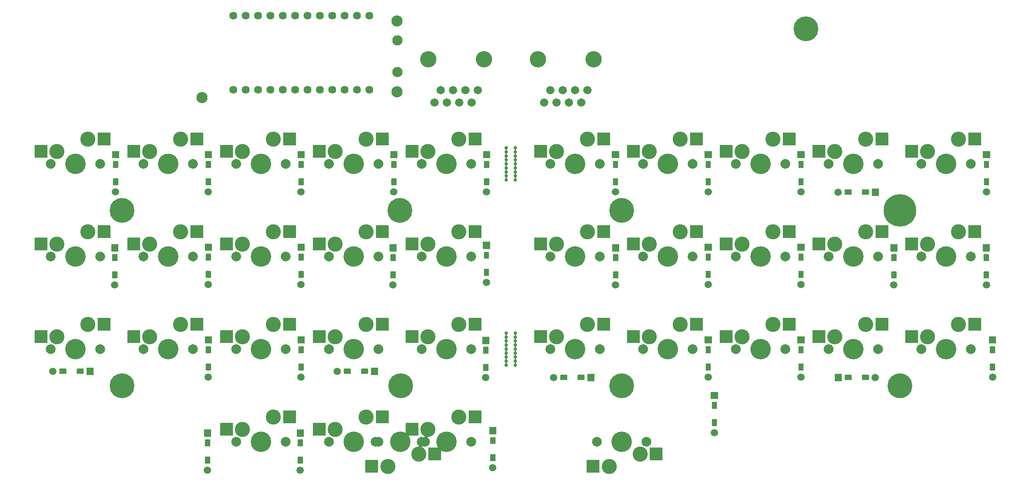
<source format=gbr>
G04 #@! TF.GenerationSoftware,KiCad,Pcbnew,(5.1.9)-1*
G04 #@! TF.CreationDate,2021-01-26T21:27:31-05:00*
G04 #@! TF.ProjectId,reviung34-split-L,72657669-756e-4673-9334-2d73706c6974,2.0*
G04 #@! TF.SameCoordinates,Original*
G04 #@! TF.FileFunction,Soldermask,Bot*
G04 #@! TF.FilePolarity,Negative*
%FSLAX46Y46*%
G04 Gerber Fmt 4.6, Leading zero omitted, Abs format (unit mm)*
G04 Created by KiCad (PCBNEW (5.1.9)-1) date 2021-01-26 21:27:31*
%MOMM*%
%LPD*%
G01*
G04 APERTURE LIST*
%ADD10C,3.102000*%
%ADD11C,2.002000*%
%ADD12C,4.202000*%
%ADD13C,5.102000*%
%ADD14C,0.702000*%
%ADD15C,2.302000*%
%ADD16C,1.702000*%
%ADD17C,3.352000*%
%ADD18C,6.702000*%
%ADD19C,2.102000*%
%ADD20C,1.626000*%
%ADD21C,1.499000*%
%ADD22C,0.100000*%
G04 APERTURE END LIST*
D10*
X125935000Y-144030000D03*
X132285000Y-141490000D03*
G36*
G01*
X121307000Y-145280000D02*
X121307000Y-142780000D01*
G75*
G02*
X121358000Y-142729000I51000J0D01*
G01*
X123908000Y-142729000D01*
G75*
G02*
X123959000Y-142780000I0J-51000D01*
G01*
X123959000Y-145280000D01*
G75*
G02*
X123908000Y-145331000I-51000J0D01*
G01*
X121358000Y-145331000D01*
G75*
G02*
X121307000Y-145280000I0J51000D01*
G01*
G37*
D11*
X133555000Y-138950000D03*
X123395000Y-138950000D03*
D12*
X128475000Y-138950000D03*
G36*
G01*
X134234000Y-142740000D02*
X134234000Y-140240000D01*
G75*
G02*
X134285000Y-140189000I51000J0D01*
G01*
X136835000Y-140189000D01*
G75*
G02*
X136886000Y-140240000I0J-51000D01*
G01*
X136886000Y-142740000D01*
G75*
G02*
X136835000Y-142791000I-51000J0D01*
G01*
X134285000Y-142791000D01*
G75*
G02*
X134234000Y-142740000I0J51000D01*
G01*
G37*
D10*
X171395000Y-144030000D03*
X177745000Y-141490000D03*
G36*
G01*
X166767000Y-145280000D02*
X166767000Y-142780000D01*
G75*
G02*
X166818000Y-142729000I51000J0D01*
G01*
X169368000Y-142729000D01*
G75*
G02*
X169419000Y-142780000I0J-51000D01*
G01*
X169419000Y-145280000D01*
G75*
G02*
X169368000Y-145331000I-51000J0D01*
G01*
X166818000Y-145331000D01*
G75*
G02*
X166767000Y-145280000I0J51000D01*
G01*
G37*
D11*
X179015000Y-138950000D03*
X168855000Y-138950000D03*
D12*
X173935000Y-138950000D03*
G36*
G01*
X179694000Y-142740000D02*
X179694000Y-140240000D01*
G75*
G02*
X179745000Y-140189000I51000J0D01*
G01*
X182295000Y-140189000D01*
G75*
G02*
X182346000Y-140240000I0J-51000D01*
G01*
X182346000Y-142740000D01*
G75*
G02*
X182295000Y-142791000I-51000J0D01*
G01*
X179745000Y-142791000D01*
G75*
G02*
X179694000Y-142740000I0J51000D01*
G01*
G37*
D10*
X243150000Y-114820000D03*
X236800000Y-117360000D03*
G36*
G01*
X247778000Y-113570000D02*
X247778000Y-116070000D01*
G75*
G02*
X247727000Y-116121000I-51000J0D01*
G01*
X245177000Y-116121000D01*
G75*
G02*
X245126000Y-116070000I0J51000D01*
G01*
X245126000Y-113570000D01*
G75*
G02*
X245177000Y-113519000I51000J0D01*
G01*
X247727000Y-113519000D01*
G75*
G02*
X247778000Y-113570000I0J-51000D01*
G01*
G37*
D11*
X235530000Y-119900000D03*
X245690000Y-119900000D03*
D12*
X240610000Y-119900000D03*
G36*
G01*
X234851000Y-116110000D02*
X234851000Y-118610000D01*
G75*
G02*
X234800000Y-118661000I-51000J0D01*
G01*
X232250000Y-118661000D01*
G75*
G02*
X232199000Y-118610000I0J51000D01*
G01*
X232199000Y-116110000D01*
G75*
G02*
X232250000Y-116059000I51000J0D01*
G01*
X234800000Y-116059000D01*
G75*
G02*
X234851000Y-116110000I0J-51000D01*
G01*
G37*
D10*
X243150000Y-95770000D03*
X236800000Y-98310000D03*
G36*
G01*
X247778000Y-94520000D02*
X247778000Y-97020000D01*
G75*
G02*
X247727000Y-97071000I-51000J0D01*
G01*
X245177000Y-97071000D01*
G75*
G02*
X245126000Y-97020000I0J51000D01*
G01*
X245126000Y-94520000D01*
G75*
G02*
X245177000Y-94469000I51000J0D01*
G01*
X247727000Y-94469000D01*
G75*
G02*
X247778000Y-94520000I0J-51000D01*
G01*
G37*
D11*
X235530000Y-100850000D03*
X245690000Y-100850000D03*
D12*
X240610000Y-100850000D03*
G36*
G01*
X234851000Y-97060000D02*
X234851000Y-99560000D01*
G75*
G02*
X234800000Y-99611000I-51000J0D01*
G01*
X232250000Y-99611000D01*
G75*
G02*
X232199000Y-99560000I0J51000D01*
G01*
X232199000Y-97060000D01*
G75*
G02*
X232250000Y-97009000I51000J0D01*
G01*
X234800000Y-97009000D01*
G75*
G02*
X234851000Y-97060000I0J-51000D01*
G01*
G37*
D10*
X243150000Y-76720000D03*
X236800000Y-79260000D03*
G36*
G01*
X247778000Y-75470000D02*
X247778000Y-77970000D01*
G75*
G02*
X247727000Y-78021000I-51000J0D01*
G01*
X245177000Y-78021000D01*
G75*
G02*
X245126000Y-77970000I0J51000D01*
G01*
X245126000Y-75470000D01*
G75*
G02*
X245177000Y-75419000I51000J0D01*
G01*
X247727000Y-75419000D01*
G75*
G02*
X247778000Y-75470000I0J-51000D01*
G01*
G37*
D11*
X235530000Y-81800000D03*
X245690000Y-81800000D03*
D12*
X240610000Y-81800000D03*
G36*
G01*
X234851000Y-78010000D02*
X234851000Y-80510000D01*
G75*
G02*
X234800000Y-80561000I-51000J0D01*
G01*
X232250000Y-80561000D01*
G75*
G02*
X232199000Y-80510000I0J51000D01*
G01*
X232199000Y-78010000D01*
G75*
G02*
X232250000Y-77959000I51000J0D01*
G01*
X234800000Y-77959000D01*
G75*
G02*
X234851000Y-78010000I0J-51000D01*
G01*
G37*
D10*
X224100000Y-114820000D03*
X217750000Y-117360000D03*
G36*
G01*
X228728000Y-113570000D02*
X228728000Y-116070000D01*
G75*
G02*
X228677000Y-116121000I-51000J0D01*
G01*
X226127000Y-116121000D01*
G75*
G02*
X226076000Y-116070000I0J51000D01*
G01*
X226076000Y-113570000D01*
G75*
G02*
X226127000Y-113519000I51000J0D01*
G01*
X228677000Y-113519000D01*
G75*
G02*
X228728000Y-113570000I0J-51000D01*
G01*
G37*
D11*
X216480000Y-119900000D03*
X226640000Y-119900000D03*
D12*
X221560000Y-119900000D03*
G36*
G01*
X215801000Y-116110000D02*
X215801000Y-118610000D01*
G75*
G02*
X215750000Y-118661000I-51000J0D01*
G01*
X213200000Y-118661000D01*
G75*
G02*
X213149000Y-118610000I0J51000D01*
G01*
X213149000Y-116110000D01*
G75*
G02*
X213200000Y-116059000I51000J0D01*
G01*
X215750000Y-116059000D01*
G75*
G02*
X215801000Y-116110000I0J-51000D01*
G01*
G37*
D10*
X205050000Y-114820000D03*
X198700000Y-117360000D03*
G36*
G01*
X209678000Y-113570000D02*
X209678000Y-116070000D01*
G75*
G02*
X209627000Y-116121000I-51000J0D01*
G01*
X207077000Y-116121000D01*
G75*
G02*
X207026000Y-116070000I0J51000D01*
G01*
X207026000Y-113570000D01*
G75*
G02*
X207077000Y-113519000I51000J0D01*
G01*
X209627000Y-113519000D01*
G75*
G02*
X209678000Y-113570000I0J-51000D01*
G01*
G37*
D11*
X197430000Y-119900000D03*
X207590000Y-119900000D03*
D12*
X202510000Y-119900000D03*
G36*
G01*
X196751000Y-116110000D02*
X196751000Y-118610000D01*
G75*
G02*
X196700000Y-118661000I-51000J0D01*
G01*
X194150000Y-118661000D01*
G75*
G02*
X194099000Y-118610000I0J51000D01*
G01*
X194099000Y-116110000D01*
G75*
G02*
X194150000Y-116059000I51000J0D01*
G01*
X196700000Y-116059000D01*
G75*
G02*
X196751000Y-116110000I0J-51000D01*
G01*
G37*
D10*
X186000000Y-114820000D03*
X179650000Y-117360000D03*
G36*
G01*
X190628000Y-113570000D02*
X190628000Y-116070000D01*
G75*
G02*
X190577000Y-116121000I-51000J0D01*
G01*
X188027000Y-116121000D01*
G75*
G02*
X187976000Y-116070000I0J51000D01*
G01*
X187976000Y-113570000D01*
G75*
G02*
X188027000Y-113519000I51000J0D01*
G01*
X190577000Y-113519000D01*
G75*
G02*
X190628000Y-113570000I0J-51000D01*
G01*
G37*
D11*
X178380000Y-119900000D03*
X188540000Y-119900000D03*
D12*
X183460000Y-119900000D03*
G36*
G01*
X177701000Y-116110000D02*
X177701000Y-118610000D01*
G75*
G02*
X177650000Y-118661000I-51000J0D01*
G01*
X175100000Y-118661000D01*
G75*
G02*
X175049000Y-118610000I0J51000D01*
G01*
X175049000Y-116110000D01*
G75*
G02*
X175100000Y-116059000I51000J0D01*
G01*
X177650000Y-116059000D01*
G75*
G02*
X177701000Y-116110000I0J-51000D01*
G01*
G37*
D10*
X166950000Y-114820000D03*
X160600000Y-117360000D03*
G36*
G01*
X171578000Y-113570000D02*
X171578000Y-116070000D01*
G75*
G02*
X171527000Y-116121000I-51000J0D01*
G01*
X168977000Y-116121000D01*
G75*
G02*
X168926000Y-116070000I0J51000D01*
G01*
X168926000Y-113570000D01*
G75*
G02*
X168977000Y-113519000I51000J0D01*
G01*
X171527000Y-113519000D01*
G75*
G02*
X171578000Y-113570000I0J-51000D01*
G01*
G37*
D11*
X159330000Y-119900000D03*
X169490000Y-119900000D03*
D12*
X164410000Y-119900000D03*
G36*
G01*
X158651000Y-116110000D02*
X158651000Y-118610000D01*
G75*
G02*
X158600000Y-118661000I-51000J0D01*
G01*
X156050000Y-118661000D01*
G75*
G02*
X155999000Y-118610000I0J51000D01*
G01*
X155999000Y-116110000D01*
G75*
G02*
X156050000Y-116059000I51000J0D01*
G01*
X158600000Y-116059000D01*
G75*
G02*
X158651000Y-116110000I0J-51000D01*
G01*
G37*
D10*
X224100000Y-95770000D03*
X217750000Y-98310000D03*
G36*
G01*
X228728000Y-94520000D02*
X228728000Y-97020000D01*
G75*
G02*
X228677000Y-97071000I-51000J0D01*
G01*
X226127000Y-97071000D01*
G75*
G02*
X226076000Y-97020000I0J51000D01*
G01*
X226076000Y-94520000D01*
G75*
G02*
X226127000Y-94469000I51000J0D01*
G01*
X228677000Y-94469000D01*
G75*
G02*
X228728000Y-94520000I0J-51000D01*
G01*
G37*
D11*
X216480000Y-100850000D03*
X226640000Y-100850000D03*
D12*
X221560000Y-100850000D03*
G36*
G01*
X215801000Y-97060000D02*
X215801000Y-99560000D01*
G75*
G02*
X215750000Y-99611000I-51000J0D01*
G01*
X213200000Y-99611000D01*
G75*
G02*
X213149000Y-99560000I0J51000D01*
G01*
X213149000Y-97060000D01*
G75*
G02*
X213200000Y-97009000I51000J0D01*
G01*
X215750000Y-97009000D01*
G75*
G02*
X215801000Y-97060000I0J-51000D01*
G01*
G37*
D10*
X205050000Y-95770000D03*
X198700000Y-98310000D03*
G36*
G01*
X209678000Y-94520000D02*
X209678000Y-97020000D01*
G75*
G02*
X209627000Y-97071000I-51000J0D01*
G01*
X207077000Y-97071000D01*
G75*
G02*
X207026000Y-97020000I0J51000D01*
G01*
X207026000Y-94520000D01*
G75*
G02*
X207077000Y-94469000I51000J0D01*
G01*
X209627000Y-94469000D01*
G75*
G02*
X209678000Y-94520000I0J-51000D01*
G01*
G37*
D11*
X197430000Y-100850000D03*
X207590000Y-100850000D03*
D12*
X202510000Y-100850000D03*
G36*
G01*
X196751000Y-97060000D02*
X196751000Y-99560000D01*
G75*
G02*
X196700000Y-99611000I-51000J0D01*
G01*
X194150000Y-99611000D01*
G75*
G02*
X194099000Y-99560000I0J51000D01*
G01*
X194099000Y-97060000D01*
G75*
G02*
X194150000Y-97009000I51000J0D01*
G01*
X196700000Y-97009000D01*
G75*
G02*
X196751000Y-97060000I0J-51000D01*
G01*
G37*
D10*
X186000000Y-95770000D03*
X179650000Y-98310000D03*
G36*
G01*
X190628000Y-94520000D02*
X190628000Y-97020000D01*
G75*
G02*
X190577000Y-97071000I-51000J0D01*
G01*
X188027000Y-97071000D01*
G75*
G02*
X187976000Y-97020000I0J51000D01*
G01*
X187976000Y-94520000D01*
G75*
G02*
X188027000Y-94469000I51000J0D01*
G01*
X190577000Y-94469000D01*
G75*
G02*
X190628000Y-94520000I0J-51000D01*
G01*
G37*
D11*
X178380000Y-100850000D03*
X188540000Y-100850000D03*
D12*
X183460000Y-100850000D03*
G36*
G01*
X177701000Y-97060000D02*
X177701000Y-99560000D01*
G75*
G02*
X177650000Y-99611000I-51000J0D01*
G01*
X175100000Y-99611000D01*
G75*
G02*
X175049000Y-99560000I0J51000D01*
G01*
X175049000Y-97060000D01*
G75*
G02*
X175100000Y-97009000I51000J0D01*
G01*
X177650000Y-97009000D01*
G75*
G02*
X177701000Y-97060000I0J-51000D01*
G01*
G37*
D10*
X166950000Y-95770000D03*
X160600000Y-98310000D03*
G36*
G01*
X171578000Y-94520000D02*
X171578000Y-97020000D01*
G75*
G02*
X171527000Y-97071000I-51000J0D01*
G01*
X168977000Y-97071000D01*
G75*
G02*
X168926000Y-97020000I0J51000D01*
G01*
X168926000Y-94520000D01*
G75*
G02*
X168977000Y-94469000I51000J0D01*
G01*
X171527000Y-94469000D01*
G75*
G02*
X171578000Y-94520000I0J-51000D01*
G01*
G37*
D11*
X159330000Y-100850000D03*
X169490000Y-100850000D03*
D12*
X164410000Y-100850000D03*
G36*
G01*
X158651000Y-97060000D02*
X158651000Y-99560000D01*
G75*
G02*
X158600000Y-99611000I-51000J0D01*
G01*
X156050000Y-99611000D01*
G75*
G02*
X155999000Y-99560000I0J51000D01*
G01*
X155999000Y-97060000D01*
G75*
G02*
X156050000Y-97009000I51000J0D01*
G01*
X158600000Y-97009000D01*
G75*
G02*
X158651000Y-97060000I0J-51000D01*
G01*
G37*
D10*
X224100000Y-76720000D03*
X217750000Y-79260000D03*
G36*
G01*
X228728000Y-75470000D02*
X228728000Y-77970000D01*
G75*
G02*
X228677000Y-78021000I-51000J0D01*
G01*
X226127000Y-78021000D01*
G75*
G02*
X226076000Y-77970000I0J51000D01*
G01*
X226076000Y-75470000D01*
G75*
G02*
X226127000Y-75419000I51000J0D01*
G01*
X228677000Y-75419000D01*
G75*
G02*
X228728000Y-75470000I0J-51000D01*
G01*
G37*
D11*
X216480000Y-81800000D03*
X226640000Y-81800000D03*
D12*
X221560000Y-81800000D03*
G36*
G01*
X215801000Y-78010000D02*
X215801000Y-80510000D01*
G75*
G02*
X215750000Y-80561000I-51000J0D01*
G01*
X213200000Y-80561000D01*
G75*
G02*
X213149000Y-80510000I0J51000D01*
G01*
X213149000Y-78010000D01*
G75*
G02*
X213200000Y-77959000I51000J0D01*
G01*
X215750000Y-77959000D01*
G75*
G02*
X215801000Y-78010000I0J-51000D01*
G01*
G37*
D10*
X205050000Y-76720000D03*
X198700000Y-79260000D03*
G36*
G01*
X209678000Y-75470000D02*
X209678000Y-77970000D01*
G75*
G02*
X209627000Y-78021000I-51000J0D01*
G01*
X207077000Y-78021000D01*
G75*
G02*
X207026000Y-77970000I0J51000D01*
G01*
X207026000Y-75470000D01*
G75*
G02*
X207077000Y-75419000I51000J0D01*
G01*
X209627000Y-75419000D01*
G75*
G02*
X209678000Y-75470000I0J-51000D01*
G01*
G37*
D11*
X197430000Y-81800000D03*
X207590000Y-81800000D03*
D12*
X202510000Y-81800000D03*
G36*
G01*
X196751000Y-78010000D02*
X196751000Y-80510000D01*
G75*
G02*
X196700000Y-80561000I-51000J0D01*
G01*
X194150000Y-80561000D01*
G75*
G02*
X194099000Y-80510000I0J51000D01*
G01*
X194099000Y-78010000D01*
G75*
G02*
X194150000Y-77959000I51000J0D01*
G01*
X196700000Y-77959000D01*
G75*
G02*
X196751000Y-78010000I0J-51000D01*
G01*
G37*
D10*
X186000000Y-76720000D03*
X179650000Y-79260000D03*
G36*
G01*
X190628000Y-75470000D02*
X190628000Y-77970000D01*
G75*
G02*
X190577000Y-78021000I-51000J0D01*
G01*
X188027000Y-78021000D01*
G75*
G02*
X187976000Y-77970000I0J51000D01*
G01*
X187976000Y-75470000D01*
G75*
G02*
X188027000Y-75419000I51000J0D01*
G01*
X190577000Y-75419000D01*
G75*
G02*
X190628000Y-75470000I0J-51000D01*
G01*
G37*
D11*
X178380000Y-81800000D03*
X188540000Y-81800000D03*
D12*
X183460000Y-81800000D03*
G36*
G01*
X177701000Y-78010000D02*
X177701000Y-80510000D01*
G75*
G02*
X177650000Y-80561000I-51000J0D01*
G01*
X175100000Y-80561000D01*
G75*
G02*
X175049000Y-80510000I0J51000D01*
G01*
X175049000Y-78010000D01*
G75*
G02*
X175100000Y-77959000I51000J0D01*
G01*
X177650000Y-77959000D01*
G75*
G02*
X177701000Y-78010000I0J-51000D01*
G01*
G37*
D10*
X166950000Y-76720000D03*
X160600000Y-79260000D03*
G36*
G01*
X171578000Y-75470000D02*
X171578000Y-77970000D01*
G75*
G02*
X171527000Y-78021000I-51000J0D01*
G01*
X168977000Y-78021000D01*
G75*
G02*
X168926000Y-77970000I0J51000D01*
G01*
X168926000Y-75470000D01*
G75*
G02*
X168977000Y-75419000I51000J0D01*
G01*
X171527000Y-75419000D01*
G75*
G02*
X171578000Y-75470000I0J-51000D01*
G01*
G37*
D11*
X159330000Y-81800000D03*
X169490000Y-81800000D03*
D12*
X164410000Y-81800000D03*
G36*
G01*
X158651000Y-78010000D02*
X158651000Y-80510000D01*
G75*
G02*
X158600000Y-80561000I-51000J0D01*
G01*
X156050000Y-80561000D01*
G75*
G02*
X155999000Y-80510000I0J51000D01*
G01*
X155999000Y-78010000D01*
G75*
G02*
X156050000Y-77959000I51000J0D01*
G01*
X158600000Y-77959000D01*
G75*
G02*
X158651000Y-78010000I0J-51000D01*
G01*
G37*
D10*
X140540000Y-133870000D03*
X134190000Y-136410000D03*
G36*
G01*
X145168000Y-132620000D02*
X145168000Y-135120000D01*
G75*
G02*
X145117000Y-135171000I-51000J0D01*
G01*
X142567000Y-135171000D01*
G75*
G02*
X142516000Y-135120000I0J51000D01*
G01*
X142516000Y-132620000D01*
G75*
G02*
X142567000Y-132569000I51000J0D01*
G01*
X145117000Y-132569000D01*
G75*
G02*
X145168000Y-132620000I0J-51000D01*
G01*
G37*
D11*
X132920000Y-138950000D03*
X143080000Y-138950000D03*
D12*
X138000000Y-138950000D03*
G36*
G01*
X132241000Y-135160000D02*
X132241000Y-137660000D01*
G75*
G02*
X132190000Y-137711000I-51000J0D01*
G01*
X129640000Y-137711000D01*
G75*
G02*
X129589000Y-137660000I0J51000D01*
G01*
X129589000Y-135160000D01*
G75*
G02*
X129640000Y-135109000I51000J0D01*
G01*
X132190000Y-135109000D01*
G75*
G02*
X132241000Y-135160000I0J-51000D01*
G01*
G37*
D10*
X121490000Y-133870000D03*
X115140000Y-136410000D03*
G36*
G01*
X126118000Y-132620000D02*
X126118000Y-135120000D01*
G75*
G02*
X126067000Y-135171000I-51000J0D01*
G01*
X123517000Y-135171000D01*
G75*
G02*
X123466000Y-135120000I0J51000D01*
G01*
X123466000Y-132620000D01*
G75*
G02*
X123517000Y-132569000I51000J0D01*
G01*
X126067000Y-132569000D01*
G75*
G02*
X126118000Y-132620000I0J-51000D01*
G01*
G37*
D11*
X113870000Y-138950000D03*
X124030000Y-138950000D03*
D12*
X118950000Y-138950000D03*
G36*
G01*
X113191000Y-135160000D02*
X113191000Y-137660000D01*
G75*
G02*
X113140000Y-137711000I-51000J0D01*
G01*
X110590000Y-137711000D01*
G75*
G02*
X110539000Y-137660000I0J51000D01*
G01*
X110539000Y-135160000D01*
G75*
G02*
X110590000Y-135109000I51000J0D01*
G01*
X113140000Y-135109000D01*
G75*
G02*
X113191000Y-135160000I0J-51000D01*
G01*
G37*
D10*
X102440000Y-133870000D03*
X96090000Y-136410000D03*
G36*
G01*
X107068000Y-132620000D02*
X107068000Y-135120000D01*
G75*
G02*
X107017000Y-135171000I-51000J0D01*
G01*
X104467000Y-135171000D01*
G75*
G02*
X104416000Y-135120000I0J51000D01*
G01*
X104416000Y-132620000D01*
G75*
G02*
X104467000Y-132569000I51000J0D01*
G01*
X107017000Y-132569000D01*
G75*
G02*
X107068000Y-132620000I0J-51000D01*
G01*
G37*
D11*
X94820000Y-138950000D03*
X104980000Y-138950000D03*
D12*
X99900000Y-138950000D03*
G36*
G01*
X94141000Y-135160000D02*
X94141000Y-137660000D01*
G75*
G02*
X94090000Y-137711000I-51000J0D01*
G01*
X91540000Y-137711000D01*
G75*
G02*
X91489000Y-137660000I0J51000D01*
G01*
X91489000Y-135160000D01*
G75*
G02*
X91540000Y-135109000I51000J0D01*
G01*
X94090000Y-135109000D01*
G75*
G02*
X94141000Y-135160000I0J-51000D01*
G01*
G37*
D10*
X140540000Y-114820000D03*
X134190000Y-117360000D03*
G36*
G01*
X145168000Y-113570000D02*
X145168000Y-116070000D01*
G75*
G02*
X145117000Y-116121000I-51000J0D01*
G01*
X142567000Y-116121000D01*
G75*
G02*
X142516000Y-116070000I0J51000D01*
G01*
X142516000Y-113570000D01*
G75*
G02*
X142567000Y-113519000I51000J0D01*
G01*
X145117000Y-113519000D01*
G75*
G02*
X145168000Y-113570000I0J-51000D01*
G01*
G37*
D11*
X132920000Y-119900000D03*
X143080000Y-119900000D03*
D12*
X138000000Y-119900000D03*
G36*
G01*
X132241000Y-116110000D02*
X132241000Y-118610000D01*
G75*
G02*
X132190000Y-118661000I-51000J0D01*
G01*
X129640000Y-118661000D01*
G75*
G02*
X129589000Y-118610000I0J51000D01*
G01*
X129589000Y-116110000D01*
G75*
G02*
X129640000Y-116059000I51000J0D01*
G01*
X132190000Y-116059000D01*
G75*
G02*
X132241000Y-116110000I0J-51000D01*
G01*
G37*
D10*
X121490000Y-114820000D03*
X115140000Y-117360000D03*
G36*
G01*
X126118000Y-113570000D02*
X126118000Y-116070000D01*
G75*
G02*
X126067000Y-116121000I-51000J0D01*
G01*
X123517000Y-116121000D01*
G75*
G02*
X123466000Y-116070000I0J51000D01*
G01*
X123466000Y-113570000D01*
G75*
G02*
X123517000Y-113519000I51000J0D01*
G01*
X126067000Y-113519000D01*
G75*
G02*
X126118000Y-113570000I0J-51000D01*
G01*
G37*
D11*
X113870000Y-119900000D03*
X124030000Y-119900000D03*
D12*
X118950000Y-119900000D03*
G36*
G01*
X113191000Y-116110000D02*
X113191000Y-118610000D01*
G75*
G02*
X113140000Y-118661000I-51000J0D01*
G01*
X110590000Y-118661000D01*
G75*
G02*
X110539000Y-118610000I0J51000D01*
G01*
X110539000Y-116110000D01*
G75*
G02*
X110590000Y-116059000I51000J0D01*
G01*
X113140000Y-116059000D01*
G75*
G02*
X113191000Y-116110000I0J-51000D01*
G01*
G37*
D10*
X102440000Y-114820000D03*
X96090000Y-117360000D03*
G36*
G01*
X107068000Y-113570000D02*
X107068000Y-116070000D01*
G75*
G02*
X107017000Y-116121000I-51000J0D01*
G01*
X104467000Y-116121000D01*
G75*
G02*
X104416000Y-116070000I0J51000D01*
G01*
X104416000Y-113570000D01*
G75*
G02*
X104467000Y-113519000I51000J0D01*
G01*
X107017000Y-113519000D01*
G75*
G02*
X107068000Y-113570000I0J-51000D01*
G01*
G37*
D11*
X94820000Y-119900000D03*
X104980000Y-119900000D03*
D12*
X99900000Y-119900000D03*
G36*
G01*
X94141000Y-116110000D02*
X94141000Y-118610000D01*
G75*
G02*
X94090000Y-118661000I-51000J0D01*
G01*
X91540000Y-118661000D01*
G75*
G02*
X91489000Y-118610000I0J51000D01*
G01*
X91489000Y-116110000D01*
G75*
G02*
X91540000Y-116059000I51000J0D01*
G01*
X94090000Y-116059000D01*
G75*
G02*
X94141000Y-116110000I0J-51000D01*
G01*
G37*
D10*
X83390000Y-114820000D03*
X77040000Y-117360000D03*
G36*
G01*
X88018000Y-113570000D02*
X88018000Y-116070000D01*
G75*
G02*
X87967000Y-116121000I-51000J0D01*
G01*
X85417000Y-116121000D01*
G75*
G02*
X85366000Y-116070000I0J51000D01*
G01*
X85366000Y-113570000D01*
G75*
G02*
X85417000Y-113519000I51000J0D01*
G01*
X87967000Y-113519000D01*
G75*
G02*
X88018000Y-113570000I0J-51000D01*
G01*
G37*
D11*
X75770000Y-119900000D03*
X85930000Y-119900000D03*
D12*
X80850000Y-119900000D03*
G36*
G01*
X75091000Y-116110000D02*
X75091000Y-118610000D01*
G75*
G02*
X75040000Y-118661000I-51000J0D01*
G01*
X72490000Y-118661000D01*
G75*
G02*
X72439000Y-118610000I0J51000D01*
G01*
X72439000Y-116110000D01*
G75*
G02*
X72490000Y-116059000I51000J0D01*
G01*
X75040000Y-116059000D01*
G75*
G02*
X75091000Y-116110000I0J-51000D01*
G01*
G37*
D10*
X64340000Y-114820000D03*
X57990000Y-117360000D03*
G36*
G01*
X68968000Y-113570000D02*
X68968000Y-116070000D01*
G75*
G02*
X68917000Y-116121000I-51000J0D01*
G01*
X66367000Y-116121000D01*
G75*
G02*
X66316000Y-116070000I0J51000D01*
G01*
X66316000Y-113570000D01*
G75*
G02*
X66367000Y-113519000I51000J0D01*
G01*
X68917000Y-113519000D01*
G75*
G02*
X68968000Y-113570000I0J-51000D01*
G01*
G37*
D11*
X56720000Y-119900000D03*
X66880000Y-119900000D03*
D12*
X61800000Y-119900000D03*
G36*
G01*
X56041000Y-116110000D02*
X56041000Y-118610000D01*
G75*
G02*
X55990000Y-118661000I-51000J0D01*
G01*
X53440000Y-118661000D01*
G75*
G02*
X53389000Y-118610000I0J51000D01*
G01*
X53389000Y-116110000D01*
G75*
G02*
X53440000Y-116059000I51000J0D01*
G01*
X55990000Y-116059000D01*
G75*
G02*
X56041000Y-116110000I0J-51000D01*
G01*
G37*
D10*
X140540000Y-95770000D03*
X134190000Y-98310000D03*
G36*
G01*
X145168000Y-94520000D02*
X145168000Y-97020000D01*
G75*
G02*
X145117000Y-97071000I-51000J0D01*
G01*
X142567000Y-97071000D01*
G75*
G02*
X142516000Y-97020000I0J51000D01*
G01*
X142516000Y-94520000D01*
G75*
G02*
X142567000Y-94469000I51000J0D01*
G01*
X145117000Y-94469000D01*
G75*
G02*
X145168000Y-94520000I0J-51000D01*
G01*
G37*
D11*
X132920000Y-100850000D03*
X143080000Y-100850000D03*
D12*
X138000000Y-100850000D03*
G36*
G01*
X132241000Y-97060000D02*
X132241000Y-99560000D01*
G75*
G02*
X132190000Y-99611000I-51000J0D01*
G01*
X129640000Y-99611000D01*
G75*
G02*
X129589000Y-99560000I0J51000D01*
G01*
X129589000Y-97060000D01*
G75*
G02*
X129640000Y-97009000I51000J0D01*
G01*
X132190000Y-97009000D01*
G75*
G02*
X132241000Y-97060000I0J-51000D01*
G01*
G37*
D10*
X121490000Y-95770000D03*
X115140000Y-98310000D03*
G36*
G01*
X126118000Y-94520000D02*
X126118000Y-97020000D01*
G75*
G02*
X126067000Y-97071000I-51000J0D01*
G01*
X123517000Y-97071000D01*
G75*
G02*
X123466000Y-97020000I0J51000D01*
G01*
X123466000Y-94520000D01*
G75*
G02*
X123517000Y-94469000I51000J0D01*
G01*
X126067000Y-94469000D01*
G75*
G02*
X126118000Y-94520000I0J-51000D01*
G01*
G37*
D11*
X113870000Y-100850000D03*
X124030000Y-100850000D03*
D12*
X118950000Y-100850000D03*
G36*
G01*
X113191000Y-97060000D02*
X113191000Y-99560000D01*
G75*
G02*
X113140000Y-99611000I-51000J0D01*
G01*
X110590000Y-99611000D01*
G75*
G02*
X110539000Y-99560000I0J51000D01*
G01*
X110539000Y-97060000D01*
G75*
G02*
X110590000Y-97009000I51000J0D01*
G01*
X113140000Y-97009000D01*
G75*
G02*
X113191000Y-97060000I0J-51000D01*
G01*
G37*
D10*
X102440000Y-95770000D03*
X96090000Y-98310000D03*
G36*
G01*
X107068000Y-94520000D02*
X107068000Y-97020000D01*
G75*
G02*
X107017000Y-97071000I-51000J0D01*
G01*
X104467000Y-97071000D01*
G75*
G02*
X104416000Y-97020000I0J51000D01*
G01*
X104416000Y-94520000D01*
G75*
G02*
X104467000Y-94469000I51000J0D01*
G01*
X107017000Y-94469000D01*
G75*
G02*
X107068000Y-94520000I0J-51000D01*
G01*
G37*
D11*
X94820000Y-100850000D03*
X104980000Y-100850000D03*
D12*
X99900000Y-100850000D03*
G36*
G01*
X94141000Y-97060000D02*
X94141000Y-99560000D01*
G75*
G02*
X94090000Y-99611000I-51000J0D01*
G01*
X91540000Y-99611000D01*
G75*
G02*
X91489000Y-99560000I0J51000D01*
G01*
X91489000Y-97060000D01*
G75*
G02*
X91540000Y-97009000I51000J0D01*
G01*
X94090000Y-97009000D01*
G75*
G02*
X94141000Y-97060000I0J-51000D01*
G01*
G37*
D10*
X83390000Y-95770000D03*
X77040000Y-98310000D03*
G36*
G01*
X88018000Y-94520000D02*
X88018000Y-97020000D01*
G75*
G02*
X87967000Y-97071000I-51000J0D01*
G01*
X85417000Y-97071000D01*
G75*
G02*
X85366000Y-97020000I0J51000D01*
G01*
X85366000Y-94520000D01*
G75*
G02*
X85417000Y-94469000I51000J0D01*
G01*
X87967000Y-94469000D01*
G75*
G02*
X88018000Y-94520000I0J-51000D01*
G01*
G37*
D11*
X75770000Y-100850000D03*
X85930000Y-100850000D03*
D12*
X80850000Y-100850000D03*
G36*
G01*
X75091000Y-97060000D02*
X75091000Y-99560000D01*
G75*
G02*
X75040000Y-99611000I-51000J0D01*
G01*
X72490000Y-99611000D01*
G75*
G02*
X72439000Y-99560000I0J51000D01*
G01*
X72439000Y-97060000D01*
G75*
G02*
X72490000Y-97009000I51000J0D01*
G01*
X75040000Y-97009000D01*
G75*
G02*
X75091000Y-97060000I0J-51000D01*
G01*
G37*
D10*
X64340000Y-95770000D03*
X57990000Y-98310000D03*
G36*
G01*
X68968000Y-94520000D02*
X68968000Y-97020000D01*
G75*
G02*
X68917000Y-97071000I-51000J0D01*
G01*
X66367000Y-97071000D01*
G75*
G02*
X66316000Y-97020000I0J51000D01*
G01*
X66316000Y-94520000D01*
G75*
G02*
X66367000Y-94469000I51000J0D01*
G01*
X68917000Y-94469000D01*
G75*
G02*
X68968000Y-94520000I0J-51000D01*
G01*
G37*
D11*
X56720000Y-100850000D03*
X66880000Y-100850000D03*
D12*
X61800000Y-100850000D03*
G36*
G01*
X56041000Y-97060000D02*
X56041000Y-99560000D01*
G75*
G02*
X55990000Y-99611000I-51000J0D01*
G01*
X53440000Y-99611000D01*
G75*
G02*
X53389000Y-99560000I0J51000D01*
G01*
X53389000Y-97060000D01*
G75*
G02*
X53440000Y-97009000I51000J0D01*
G01*
X55990000Y-97009000D01*
G75*
G02*
X56041000Y-97060000I0J-51000D01*
G01*
G37*
D10*
X140540000Y-76720000D03*
X134190000Y-79260000D03*
G36*
G01*
X145168000Y-75470000D02*
X145168000Y-77970000D01*
G75*
G02*
X145117000Y-78021000I-51000J0D01*
G01*
X142567000Y-78021000D01*
G75*
G02*
X142516000Y-77970000I0J51000D01*
G01*
X142516000Y-75470000D01*
G75*
G02*
X142567000Y-75419000I51000J0D01*
G01*
X145117000Y-75419000D01*
G75*
G02*
X145168000Y-75470000I0J-51000D01*
G01*
G37*
D11*
X132920000Y-81800000D03*
X143080000Y-81800000D03*
D12*
X138000000Y-81800000D03*
G36*
G01*
X132241000Y-78010000D02*
X132241000Y-80510000D01*
G75*
G02*
X132190000Y-80561000I-51000J0D01*
G01*
X129640000Y-80561000D01*
G75*
G02*
X129589000Y-80510000I0J51000D01*
G01*
X129589000Y-78010000D01*
G75*
G02*
X129640000Y-77959000I51000J0D01*
G01*
X132190000Y-77959000D01*
G75*
G02*
X132241000Y-78010000I0J-51000D01*
G01*
G37*
D10*
X121490000Y-76720000D03*
X115140000Y-79260000D03*
G36*
G01*
X126118000Y-75470000D02*
X126118000Y-77970000D01*
G75*
G02*
X126067000Y-78021000I-51000J0D01*
G01*
X123517000Y-78021000D01*
G75*
G02*
X123466000Y-77970000I0J51000D01*
G01*
X123466000Y-75470000D01*
G75*
G02*
X123517000Y-75419000I51000J0D01*
G01*
X126067000Y-75419000D01*
G75*
G02*
X126118000Y-75470000I0J-51000D01*
G01*
G37*
D11*
X113870000Y-81800000D03*
X124030000Y-81800000D03*
D12*
X118950000Y-81800000D03*
G36*
G01*
X113191000Y-78010000D02*
X113191000Y-80510000D01*
G75*
G02*
X113140000Y-80561000I-51000J0D01*
G01*
X110590000Y-80561000D01*
G75*
G02*
X110539000Y-80510000I0J51000D01*
G01*
X110539000Y-78010000D01*
G75*
G02*
X110590000Y-77959000I51000J0D01*
G01*
X113140000Y-77959000D01*
G75*
G02*
X113191000Y-78010000I0J-51000D01*
G01*
G37*
D10*
X102440000Y-76720000D03*
X96090000Y-79260000D03*
G36*
G01*
X107068000Y-75470000D02*
X107068000Y-77970000D01*
G75*
G02*
X107017000Y-78021000I-51000J0D01*
G01*
X104467000Y-78021000D01*
G75*
G02*
X104416000Y-77970000I0J51000D01*
G01*
X104416000Y-75470000D01*
G75*
G02*
X104467000Y-75419000I51000J0D01*
G01*
X107017000Y-75419000D01*
G75*
G02*
X107068000Y-75470000I0J-51000D01*
G01*
G37*
D11*
X94820000Y-81800000D03*
X104980000Y-81800000D03*
D12*
X99900000Y-81800000D03*
G36*
G01*
X94141000Y-78010000D02*
X94141000Y-80510000D01*
G75*
G02*
X94090000Y-80561000I-51000J0D01*
G01*
X91540000Y-80561000D01*
G75*
G02*
X91489000Y-80510000I0J51000D01*
G01*
X91489000Y-78010000D01*
G75*
G02*
X91540000Y-77959000I51000J0D01*
G01*
X94090000Y-77959000D01*
G75*
G02*
X94141000Y-78010000I0J-51000D01*
G01*
G37*
D10*
X83390000Y-76720000D03*
X77040000Y-79260000D03*
G36*
G01*
X88018000Y-75470000D02*
X88018000Y-77970000D01*
G75*
G02*
X87967000Y-78021000I-51000J0D01*
G01*
X85417000Y-78021000D01*
G75*
G02*
X85366000Y-77970000I0J51000D01*
G01*
X85366000Y-75470000D01*
G75*
G02*
X85417000Y-75419000I51000J0D01*
G01*
X87967000Y-75419000D01*
G75*
G02*
X88018000Y-75470000I0J-51000D01*
G01*
G37*
D11*
X75770000Y-81800000D03*
X85930000Y-81800000D03*
D12*
X80850000Y-81800000D03*
G36*
G01*
X75091000Y-78010000D02*
X75091000Y-80510000D01*
G75*
G02*
X75040000Y-80561000I-51000J0D01*
G01*
X72490000Y-80561000D01*
G75*
G02*
X72439000Y-80510000I0J51000D01*
G01*
X72439000Y-78010000D01*
G75*
G02*
X72490000Y-77959000I51000J0D01*
G01*
X75040000Y-77959000D01*
G75*
G02*
X75091000Y-78010000I0J-51000D01*
G01*
G37*
D10*
X64340000Y-76720000D03*
X57990000Y-79260000D03*
G36*
G01*
X68968000Y-75470000D02*
X68968000Y-77970000D01*
G75*
G02*
X68917000Y-78021000I-51000J0D01*
G01*
X66367000Y-78021000D01*
G75*
G02*
X66316000Y-77970000I0J51000D01*
G01*
X66316000Y-75470000D01*
G75*
G02*
X66367000Y-75419000I51000J0D01*
G01*
X68917000Y-75419000D01*
G75*
G02*
X68968000Y-75470000I0J-51000D01*
G01*
G37*
D11*
X56720000Y-81800000D03*
X66880000Y-81800000D03*
D12*
X61800000Y-81800000D03*
G36*
G01*
X56041000Y-78010000D02*
X56041000Y-80510000D01*
G75*
G02*
X55990000Y-80561000I-51000J0D01*
G01*
X53440000Y-80561000D01*
G75*
G02*
X53389000Y-80510000I0J51000D01*
G01*
X53389000Y-78010000D01*
G75*
G02*
X53440000Y-77959000I51000J0D01*
G01*
X55990000Y-77959000D01*
G75*
G02*
X56041000Y-78010000I0J-51000D01*
G01*
G37*
D13*
X211800000Y-54070000D03*
X231080000Y-127440000D03*
X173930000Y-91340000D03*
X173930000Y-127440000D03*
X128440000Y-91340000D03*
X128570000Y-127440000D03*
X71320000Y-127440000D03*
X71320000Y-91340000D03*
D14*
X152150000Y-78520000D03*
X152140000Y-85120000D03*
X152140000Y-79345000D03*
X152140000Y-81820000D03*
X152140000Y-82645000D03*
X152140000Y-83470000D03*
X152140000Y-84295000D03*
X152140000Y-80995000D03*
X152140000Y-80170000D03*
X150240000Y-78520000D03*
X150230000Y-85120000D03*
X150230000Y-79345000D03*
X150230000Y-81820000D03*
X150230000Y-82645000D03*
X150230000Y-83470000D03*
X150230000Y-84295000D03*
X150230000Y-80995000D03*
X150230000Y-80170000D03*
X150240000Y-116600000D03*
X150230000Y-123200000D03*
X150230000Y-117425000D03*
X150230000Y-119900000D03*
X150230000Y-120725000D03*
X150230000Y-121550000D03*
X150230000Y-122375000D03*
X150230000Y-119075000D03*
X150230000Y-118250000D03*
X152150000Y-116600000D03*
X152140000Y-123200000D03*
X152140000Y-117425000D03*
X152140000Y-119900000D03*
X152140000Y-120725000D03*
X152140000Y-121550000D03*
X152140000Y-122375000D03*
X152140000Y-119075000D03*
X152140000Y-118250000D03*
D15*
X127850000Y-66970000D03*
X127850000Y-52420000D03*
X87760000Y-68190000D03*
D16*
X144380000Y-66660000D03*
X143110000Y-69200000D03*
X141840000Y-66660000D03*
X140570000Y-69200000D03*
X139300000Y-66660000D03*
X138030000Y-69200000D03*
X136760000Y-66660000D03*
X135490000Y-69200000D03*
D17*
X145650000Y-60310000D03*
X134220000Y-60310000D03*
D18*
X231080000Y-91340000D03*
D16*
X166920000Y-66660000D03*
X165650000Y-69200000D03*
X164380000Y-66660000D03*
X163110000Y-69200000D03*
X161840000Y-66660000D03*
X160570000Y-69200000D03*
X159300000Y-66660000D03*
X158030000Y-69200000D03*
D17*
X168190000Y-60310000D03*
X156760000Y-60310000D03*
D19*
X127860000Y-56440000D03*
X127860000Y-62940000D03*
D20*
X94162000Y-66548600D03*
X96702000Y-66548600D03*
X99242000Y-66548600D03*
X101782000Y-66548600D03*
X104322000Y-66548600D03*
X106862000Y-66548600D03*
X109402000Y-66548600D03*
X111942000Y-66548600D03*
X114482000Y-66548600D03*
X117022000Y-66548600D03*
X119562000Y-66548600D03*
X122102000Y-66548600D03*
X122102000Y-51328600D03*
X119562000Y-51328600D03*
X117022000Y-51328600D03*
X114482000Y-51328600D03*
X111942000Y-51328600D03*
X109402000Y-51328600D03*
X106862000Y-51328600D03*
X104322000Y-51328600D03*
X101782000Y-51328600D03*
X99242000Y-51328600D03*
X96702000Y-51328600D03*
X94162000Y-51328600D03*
G36*
G01*
X69545000Y-81244000D02*
X70495000Y-81244000D01*
G75*
G02*
X70546000Y-81295000I0J-51000D01*
G01*
X70546000Y-82595000D01*
G75*
G02*
X70495000Y-82646000I-51000J0D01*
G01*
X69545000Y-82646000D01*
G75*
G02*
X69494000Y-82595000I0J51000D01*
G01*
X69494000Y-81295000D01*
G75*
G02*
X69545000Y-81244000I51000J0D01*
G01*
G37*
G36*
G01*
X69321499Y-79160500D02*
X70718501Y-79160500D01*
G75*
G02*
X70769500Y-79211499I0J-50999D01*
G01*
X70769500Y-80608501D01*
G75*
G02*
X70718501Y-80659500I-50999J0D01*
G01*
X69321499Y-80659500D01*
G75*
G02*
X69270500Y-80608501I0J50999D01*
G01*
X69270500Y-79211499D01*
G75*
G02*
X69321499Y-79160500I50999J0D01*
G01*
G37*
D21*
X70020000Y-87530000D03*
G36*
G01*
X69545000Y-84794000D02*
X70495000Y-84794000D01*
G75*
G02*
X70546000Y-84845000I0J-51000D01*
G01*
X70546000Y-86145000D01*
G75*
G02*
X70495000Y-86196000I-51000J0D01*
G01*
X69545000Y-86196000D01*
G75*
G02*
X69494000Y-86145000I0J51000D01*
G01*
X69494000Y-84845000D01*
G75*
G02*
X69545000Y-84794000I51000J0D01*
G01*
G37*
G36*
G01*
X88595000Y-84794000D02*
X89545000Y-84794000D01*
G75*
G02*
X89596000Y-84845000I0J-51000D01*
G01*
X89596000Y-86145000D01*
G75*
G02*
X89545000Y-86196000I-51000J0D01*
G01*
X88595000Y-86196000D01*
G75*
G02*
X88544000Y-86145000I0J51000D01*
G01*
X88544000Y-84845000D01*
G75*
G02*
X88595000Y-84794000I51000J0D01*
G01*
G37*
X89070000Y-87530000D03*
G36*
G01*
X88371499Y-79160500D02*
X89768501Y-79160500D01*
G75*
G02*
X89819500Y-79211499I0J-50999D01*
G01*
X89819500Y-80608501D01*
G75*
G02*
X89768501Y-80659500I-50999J0D01*
G01*
X88371499Y-80659500D01*
G75*
G02*
X88320500Y-80608501I0J50999D01*
G01*
X88320500Y-79211499D01*
G75*
G02*
X88371499Y-79160500I50999J0D01*
G01*
G37*
G36*
G01*
X88595000Y-81244000D02*
X89545000Y-81244000D01*
G75*
G02*
X89596000Y-81295000I0J-51000D01*
G01*
X89596000Y-82595000D01*
G75*
G02*
X89545000Y-82646000I-51000J0D01*
G01*
X88595000Y-82646000D01*
G75*
G02*
X88544000Y-82595000I0J51000D01*
G01*
X88544000Y-81295000D01*
G75*
G02*
X88595000Y-81244000I51000J0D01*
G01*
G37*
G36*
G01*
X107645000Y-81244000D02*
X108595000Y-81244000D01*
G75*
G02*
X108646000Y-81295000I0J-51000D01*
G01*
X108646000Y-82595000D01*
G75*
G02*
X108595000Y-82646000I-51000J0D01*
G01*
X107645000Y-82646000D01*
G75*
G02*
X107594000Y-82595000I0J51000D01*
G01*
X107594000Y-81295000D01*
G75*
G02*
X107645000Y-81244000I51000J0D01*
G01*
G37*
G36*
G01*
X107421499Y-79160500D02*
X108818501Y-79160500D01*
G75*
G02*
X108869500Y-79211499I0J-50999D01*
G01*
X108869500Y-80608501D01*
G75*
G02*
X108818501Y-80659500I-50999J0D01*
G01*
X107421499Y-80659500D01*
G75*
G02*
X107370500Y-80608501I0J50999D01*
G01*
X107370500Y-79211499D01*
G75*
G02*
X107421499Y-79160500I50999J0D01*
G01*
G37*
X108120000Y-87530000D03*
G36*
G01*
X107645000Y-84794000D02*
X108595000Y-84794000D01*
G75*
G02*
X108646000Y-84845000I0J-51000D01*
G01*
X108646000Y-86145000D01*
G75*
G02*
X108595000Y-86196000I-51000J0D01*
G01*
X107645000Y-86196000D01*
G75*
G02*
X107594000Y-86145000I0J51000D01*
G01*
X107594000Y-84845000D01*
G75*
G02*
X107645000Y-84794000I51000J0D01*
G01*
G37*
G36*
G01*
X126695000Y-84794000D02*
X127645000Y-84794000D01*
G75*
G02*
X127696000Y-84845000I0J-51000D01*
G01*
X127696000Y-86145000D01*
G75*
G02*
X127645000Y-86196000I-51000J0D01*
G01*
X126695000Y-86196000D01*
G75*
G02*
X126644000Y-86145000I0J51000D01*
G01*
X126644000Y-84845000D01*
G75*
G02*
X126695000Y-84794000I51000J0D01*
G01*
G37*
X127170000Y-87530000D03*
G36*
G01*
X126471499Y-79160500D02*
X127868501Y-79160500D01*
G75*
G02*
X127919500Y-79211499I0J-50999D01*
G01*
X127919500Y-80608501D01*
G75*
G02*
X127868501Y-80659500I-50999J0D01*
G01*
X126471499Y-80659500D01*
G75*
G02*
X126420500Y-80608501I0J50999D01*
G01*
X126420500Y-79211499D01*
G75*
G02*
X126471499Y-79160500I50999J0D01*
G01*
G37*
G36*
G01*
X126695000Y-81244000D02*
X127645000Y-81244000D01*
G75*
G02*
X127696000Y-81295000I0J-51000D01*
G01*
X127696000Y-82595000D01*
G75*
G02*
X127645000Y-82646000I-51000J0D01*
G01*
X126695000Y-82646000D01*
G75*
G02*
X126644000Y-82595000I0J51000D01*
G01*
X126644000Y-81295000D01*
G75*
G02*
X126695000Y-81244000I51000J0D01*
G01*
G37*
G36*
G01*
X145745000Y-84794000D02*
X146695000Y-84794000D01*
G75*
G02*
X146746000Y-84845000I0J-51000D01*
G01*
X146746000Y-86145000D01*
G75*
G02*
X146695000Y-86196000I-51000J0D01*
G01*
X145745000Y-86196000D01*
G75*
G02*
X145694000Y-86145000I0J51000D01*
G01*
X145694000Y-84845000D01*
G75*
G02*
X145745000Y-84794000I51000J0D01*
G01*
G37*
X146220000Y-87530000D03*
G36*
G01*
X145521499Y-79160500D02*
X146918501Y-79160500D01*
G75*
G02*
X146969500Y-79211499I0J-50999D01*
G01*
X146969500Y-80608501D01*
G75*
G02*
X146918501Y-80659500I-50999J0D01*
G01*
X145521499Y-80659500D01*
G75*
G02*
X145470500Y-80608501I0J50999D01*
G01*
X145470500Y-79211499D01*
G75*
G02*
X145521499Y-79160500I50999J0D01*
G01*
G37*
G36*
G01*
X145745000Y-81244000D02*
X146695000Y-81244000D01*
G75*
G02*
X146746000Y-81295000I0J-51000D01*
G01*
X146746000Y-82595000D01*
G75*
G02*
X146695000Y-82646000I-51000J0D01*
G01*
X145745000Y-82646000D01*
G75*
G02*
X145694000Y-82595000I0J51000D01*
G01*
X145694000Y-81295000D01*
G75*
G02*
X145745000Y-81244000I51000J0D01*
G01*
G37*
G36*
G01*
X69375000Y-103944000D02*
X70325000Y-103944000D01*
G75*
G02*
X70376000Y-103995000I0J-51000D01*
G01*
X70376000Y-105295000D01*
G75*
G02*
X70325000Y-105346000I-51000J0D01*
G01*
X69375000Y-105346000D01*
G75*
G02*
X69324000Y-105295000I0J51000D01*
G01*
X69324000Y-103995000D01*
G75*
G02*
X69375000Y-103944000I51000J0D01*
G01*
G37*
X69850000Y-106680000D03*
G36*
G01*
X69151499Y-98310500D02*
X70548501Y-98310500D01*
G75*
G02*
X70599500Y-98361499I0J-50999D01*
G01*
X70599500Y-99758501D01*
G75*
G02*
X70548501Y-99809500I-50999J0D01*
G01*
X69151499Y-99809500D01*
G75*
G02*
X69100500Y-99758501I0J50999D01*
G01*
X69100500Y-98361499D01*
G75*
G02*
X69151499Y-98310500I50999J0D01*
G01*
G37*
G36*
G01*
X69375000Y-100394000D02*
X70325000Y-100394000D01*
G75*
G02*
X70376000Y-100445000I0J-51000D01*
G01*
X70376000Y-101745000D01*
G75*
G02*
X70325000Y-101796000I-51000J0D01*
G01*
X69375000Y-101796000D01*
G75*
G02*
X69324000Y-101745000I0J51000D01*
G01*
X69324000Y-100445000D01*
G75*
G02*
X69375000Y-100394000I51000J0D01*
G01*
G37*
G36*
G01*
X88595000Y-103844000D02*
X89545000Y-103844000D01*
G75*
G02*
X89596000Y-103895000I0J-51000D01*
G01*
X89596000Y-105195000D01*
G75*
G02*
X89545000Y-105246000I-51000J0D01*
G01*
X88595000Y-105246000D01*
G75*
G02*
X88544000Y-105195000I0J51000D01*
G01*
X88544000Y-103895000D01*
G75*
G02*
X88595000Y-103844000I51000J0D01*
G01*
G37*
X89070000Y-106580000D03*
G36*
G01*
X88371499Y-98210500D02*
X89768501Y-98210500D01*
G75*
G02*
X89819500Y-98261499I0J-50999D01*
G01*
X89819500Y-99658501D01*
G75*
G02*
X89768501Y-99709500I-50999J0D01*
G01*
X88371499Y-99709500D01*
G75*
G02*
X88320500Y-99658501I0J50999D01*
G01*
X88320500Y-98261499D01*
G75*
G02*
X88371499Y-98210500I50999J0D01*
G01*
G37*
G36*
G01*
X88595000Y-100294000D02*
X89545000Y-100294000D01*
G75*
G02*
X89596000Y-100345000I0J-51000D01*
G01*
X89596000Y-101645000D01*
G75*
G02*
X89545000Y-101696000I-51000J0D01*
G01*
X88595000Y-101696000D01*
G75*
G02*
X88544000Y-101645000I0J51000D01*
G01*
X88544000Y-100345000D01*
G75*
G02*
X88595000Y-100294000I51000J0D01*
G01*
G37*
G36*
G01*
X107645000Y-103844000D02*
X108595000Y-103844000D01*
G75*
G02*
X108646000Y-103895000I0J-51000D01*
G01*
X108646000Y-105195000D01*
G75*
G02*
X108595000Y-105246000I-51000J0D01*
G01*
X107645000Y-105246000D01*
G75*
G02*
X107594000Y-105195000I0J51000D01*
G01*
X107594000Y-103895000D01*
G75*
G02*
X107645000Y-103844000I51000J0D01*
G01*
G37*
X108120000Y-106580000D03*
G36*
G01*
X107421499Y-98210500D02*
X108818501Y-98210500D01*
G75*
G02*
X108869500Y-98261499I0J-50999D01*
G01*
X108869500Y-99658501D01*
G75*
G02*
X108818501Y-99709500I-50999J0D01*
G01*
X107421499Y-99709500D01*
G75*
G02*
X107370500Y-99658501I0J50999D01*
G01*
X107370500Y-98261499D01*
G75*
G02*
X107421499Y-98210500I50999J0D01*
G01*
G37*
G36*
G01*
X107645000Y-100294000D02*
X108595000Y-100294000D01*
G75*
G02*
X108646000Y-100345000I0J-51000D01*
G01*
X108646000Y-101645000D01*
G75*
G02*
X108595000Y-101696000I-51000J0D01*
G01*
X107645000Y-101696000D01*
G75*
G02*
X107594000Y-101645000I0J51000D01*
G01*
X107594000Y-100345000D01*
G75*
G02*
X107645000Y-100294000I51000J0D01*
G01*
G37*
G36*
G01*
X126525000Y-103944000D02*
X127475000Y-103944000D01*
G75*
G02*
X127526000Y-103995000I0J-51000D01*
G01*
X127526000Y-105295000D01*
G75*
G02*
X127475000Y-105346000I-51000J0D01*
G01*
X126525000Y-105346000D01*
G75*
G02*
X126474000Y-105295000I0J51000D01*
G01*
X126474000Y-103995000D01*
G75*
G02*
X126525000Y-103944000I51000J0D01*
G01*
G37*
X127000000Y-106680000D03*
G36*
G01*
X126301499Y-98310500D02*
X127698501Y-98310500D01*
G75*
G02*
X127749500Y-98361499I0J-50999D01*
G01*
X127749500Y-99758501D01*
G75*
G02*
X127698501Y-99809500I-50999J0D01*
G01*
X126301499Y-99809500D01*
G75*
G02*
X126250500Y-99758501I0J50999D01*
G01*
X126250500Y-98361499D01*
G75*
G02*
X126301499Y-98310500I50999J0D01*
G01*
G37*
G36*
G01*
X126525000Y-100394000D02*
X127475000Y-100394000D01*
G75*
G02*
X127526000Y-100445000I0J-51000D01*
G01*
X127526000Y-101745000D01*
G75*
G02*
X127475000Y-101796000I-51000J0D01*
G01*
X126525000Y-101796000D01*
G75*
G02*
X126474000Y-101745000I0J51000D01*
G01*
X126474000Y-100445000D01*
G75*
G02*
X126525000Y-100394000I51000J0D01*
G01*
G37*
G36*
G01*
X145725000Y-103439000D02*
X146675000Y-103439000D01*
G75*
G02*
X146726000Y-103490000I0J-51000D01*
G01*
X146726000Y-104790000D01*
G75*
G02*
X146675000Y-104841000I-51000J0D01*
G01*
X145725000Y-104841000D01*
G75*
G02*
X145674000Y-104790000I0J51000D01*
G01*
X145674000Y-103490000D01*
G75*
G02*
X145725000Y-103439000I51000J0D01*
G01*
G37*
X146200000Y-106175000D03*
G36*
G01*
X145501499Y-97805500D02*
X146898501Y-97805500D01*
G75*
G02*
X146949500Y-97856499I0J-50999D01*
G01*
X146949500Y-99253501D01*
G75*
G02*
X146898501Y-99304500I-50999J0D01*
G01*
X145501499Y-99304500D01*
G75*
G02*
X145450500Y-99253501I0J50999D01*
G01*
X145450500Y-97856499D01*
G75*
G02*
X145501499Y-97805500I50999J0D01*
G01*
G37*
G36*
G01*
X145725000Y-99889000D02*
X146675000Y-99889000D01*
G75*
G02*
X146726000Y-99940000I0J-51000D01*
G01*
X146726000Y-101240000D01*
G75*
G02*
X146675000Y-101291000I-51000J0D01*
G01*
X145725000Y-101291000D01*
G75*
G02*
X145674000Y-101240000I0J51000D01*
G01*
X145674000Y-99940000D01*
G75*
G02*
X145725000Y-99889000I51000J0D01*
G01*
G37*
G36*
G01*
X63436000Y-123985000D02*
X63436000Y-124935000D01*
G75*
G02*
X63385000Y-124986000I-51000J0D01*
G01*
X62085000Y-124986000D01*
G75*
G02*
X62034000Y-124935000I0J51000D01*
G01*
X62034000Y-123985000D01*
G75*
G02*
X62085000Y-123934000I51000J0D01*
G01*
X63385000Y-123934000D01*
G75*
G02*
X63436000Y-123985000I0J-51000D01*
G01*
G37*
G36*
G01*
X65519500Y-123761499D02*
X65519500Y-125158501D01*
G75*
G02*
X65468501Y-125209500I-50999J0D01*
G01*
X64071499Y-125209500D01*
G75*
G02*
X64020500Y-125158501I0J50999D01*
G01*
X64020500Y-123761499D01*
G75*
G02*
X64071499Y-123710500I50999J0D01*
G01*
X65468501Y-123710500D01*
G75*
G02*
X65519500Y-123761499I0J-50999D01*
G01*
G37*
X57150000Y-124460000D03*
G36*
G01*
X59886000Y-123985000D02*
X59886000Y-124935000D01*
G75*
G02*
X59835000Y-124986000I-51000J0D01*
G01*
X58535000Y-124986000D01*
G75*
G02*
X58484000Y-124935000I0J51000D01*
G01*
X58484000Y-123985000D01*
G75*
G02*
X58535000Y-123934000I51000J0D01*
G01*
X59835000Y-123934000D01*
G75*
G02*
X59886000Y-123985000I0J-51000D01*
G01*
G37*
G36*
G01*
X88595000Y-119344000D02*
X89545000Y-119344000D01*
G75*
G02*
X89596000Y-119395000I0J-51000D01*
G01*
X89596000Y-120695000D01*
G75*
G02*
X89545000Y-120746000I-51000J0D01*
G01*
X88595000Y-120746000D01*
G75*
G02*
X88544000Y-120695000I0J51000D01*
G01*
X88544000Y-119395000D01*
G75*
G02*
X88595000Y-119344000I51000J0D01*
G01*
G37*
G36*
G01*
X88371499Y-117260500D02*
X89768501Y-117260500D01*
G75*
G02*
X89819500Y-117311499I0J-50999D01*
G01*
X89819500Y-118708501D01*
G75*
G02*
X89768501Y-118759500I-50999J0D01*
G01*
X88371499Y-118759500D01*
G75*
G02*
X88320500Y-118708501I0J50999D01*
G01*
X88320500Y-117311499D01*
G75*
G02*
X88371499Y-117260500I50999J0D01*
G01*
G37*
X89070000Y-125630000D03*
G36*
G01*
X88595000Y-122894000D02*
X89545000Y-122894000D01*
G75*
G02*
X89596000Y-122945000I0J-51000D01*
G01*
X89596000Y-124245000D01*
G75*
G02*
X89545000Y-124296000I-51000J0D01*
G01*
X88595000Y-124296000D01*
G75*
G02*
X88544000Y-124245000I0J51000D01*
G01*
X88544000Y-122945000D01*
G75*
G02*
X88595000Y-122894000I51000J0D01*
G01*
G37*
G36*
G01*
X107645000Y-119344000D02*
X108595000Y-119344000D01*
G75*
G02*
X108646000Y-119395000I0J-51000D01*
G01*
X108646000Y-120695000D01*
G75*
G02*
X108595000Y-120746000I-51000J0D01*
G01*
X107645000Y-120746000D01*
G75*
G02*
X107594000Y-120695000I0J51000D01*
G01*
X107594000Y-119395000D01*
G75*
G02*
X107645000Y-119344000I51000J0D01*
G01*
G37*
G36*
G01*
X107421499Y-117260500D02*
X108818501Y-117260500D01*
G75*
G02*
X108869500Y-117311499I0J-50999D01*
G01*
X108869500Y-118708501D01*
G75*
G02*
X108818501Y-118759500I-50999J0D01*
G01*
X107421499Y-118759500D01*
G75*
G02*
X107370500Y-118708501I0J50999D01*
G01*
X107370500Y-117311499D01*
G75*
G02*
X107421499Y-117260500I50999J0D01*
G01*
G37*
X108120000Y-125630000D03*
G36*
G01*
X107645000Y-122894000D02*
X108595000Y-122894000D01*
G75*
G02*
X108646000Y-122945000I0J-51000D01*
G01*
X108646000Y-124245000D01*
G75*
G02*
X108595000Y-124296000I-51000J0D01*
G01*
X107645000Y-124296000D01*
G75*
G02*
X107594000Y-124245000I0J51000D01*
G01*
X107594000Y-122945000D01*
G75*
G02*
X107645000Y-122894000I51000J0D01*
G01*
G37*
G36*
G01*
X121856000Y-123985000D02*
X121856000Y-124935000D01*
G75*
G02*
X121805000Y-124986000I-51000J0D01*
G01*
X120505000Y-124986000D01*
G75*
G02*
X120454000Y-124935000I0J51000D01*
G01*
X120454000Y-123985000D01*
G75*
G02*
X120505000Y-123934000I51000J0D01*
G01*
X121805000Y-123934000D01*
G75*
G02*
X121856000Y-123985000I0J-51000D01*
G01*
G37*
G36*
G01*
X123939500Y-123761499D02*
X123939500Y-125158501D01*
G75*
G02*
X123888501Y-125209500I-50999J0D01*
G01*
X122491499Y-125209500D01*
G75*
G02*
X122440500Y-125158501I0J50999D01*
G01*
X122440500Y-123761499D01*
G75*
G02*
X122491499Y-123710500I50999J0D01*
G01*
X123888501Y-123710500D01*
G75*
G02*
X123939500Y-123761499I0J-50999D01*
G01*
G37*
X115570000Y-124460000D03*
G36*
G01*
X118306000Y-123985000D02*
X118306000Y-124935000D01*
G75*
G02*
X118255000Y-124986000I-51000J0D01*
G01*
X116955000Y-124986000D01*
G75*
G02*
X116904000Y-124935000I0J51000D01*
G01*
X116904000Y-123985000D01*
G75*
G02*
X116955000Y-123934000I51000J0D01*
G01*
X118255000Y-123934000D01*
G75*
G02*
X118306000Y-123985000I0J-51000D01*
G01*
G37*
G36*
G01*
X145575000Y-119444000D02*
X146525000Y-119444000D01*
G75*
G02*
X146576000Y-119495000I0J-51000D01*
G01*
X146576000Y-120795000D01*
G75*
G02*
X146525000Y-120846000I-51000J0D01*
G01*
X145575000Y-120846000D01*
G75*
G02*
X145524000Y-120795000I0J51000D01*
G01*
X145524000Y-119495000D01*
G75*
G02*
X145575000Y-119444000I51000J0D01*
G01*
G37*
G36*
G01*
X145351499Y-117360500D02*
X146748501Y-117360500D01*
G75*
G02*
X146799500Y-117411499I0J-50999D01*
G01*
X146799500Y-118808501D01*
G75*
G02*
X146748501Y-118859500I-50999J0D01*
G01*
X145351499Y-118859500D01*
G75*
G02*
X145300500Y-118808501I0J50999D01*
G01*
X145300500Y-117411499D01*
G75*
G02*
X145351499Y-117360500I50999J0D01*
G01*
G37*
X146050000Y-125730000D03*
G36*
G01*
X145575000Y-122994000D02*
X146525000Y-122994000D01*
G75*
G02*
X146576000Y-123045000I0J-51000D01*
G01*
X146576000Y-124345000D01*
G75*
G02*
X146525000Y-124396000I-51000J0D01*
G01*
X145575000Y-124396000D01*
G75*
G02*
X145524000Y-124345000I0J51000D01*
G01*
X145524000Y-123045000D01*
G75*
G02*
X145575000Y-122994000I51000J0D01*
G01*
G37*
G36*
G01*
X88425000Y-138494000D02*
X89375000Y-138494000D01*
G75*
G02*
X89426000Y-138545000I0J-51000D01*
G01*
X89426000Y-139845000D01*
G75*
G02*
X89375000Y-139896000I-51000J0D01*
G01*
X88425000Y-139896000D01*
G75*
G02*
X88374000Y-139845000I0J51000D01*
G01*
X88374000Y-138545000D01*
G75*
G02*
X88425000Y-138494000I51000J0D01*
G01*
G37*
G36*
G01*
X88201499Y-136410500D02*
X89598501Y-136410500D01*
G75*
G02*
X89649500Y-136461499I0J-50999D01*
G01*
X89649500Y-137858501D01*
G75*
G02*
X89598501Y-137909500I-50999J0D01*
G01*
X88201499Y-137909500D01*
G75*
G02*
X88150500Y-137858501I0J50999D01*
G01*
X88150500Y-136461499D01*
G75*
G02*
X88201499Y-136410500I50999J0D01*
G01*
G37*
X88900000Y-144780000D03*
G36*
G01*
X88425000Y-142044000D02*
X89375000Y-142044000D01*
G75*
G02*
X89426000Y-142095000I0J-51000D01*
G01*
X89426000Y-143395000D01*
G75*
G02*
X89375000Y-143446000I-51000J0D01*
G01*
X88425000Y-143446000D01*
G75*
G02*
X88374000Y-143395000I0J51000D01*
G01*
X88374000Y-142095000D01*
G75*
G02*
X88425000Y-142044000I51000J0D01*
G01*
G37*
G36*
G01*
X107475000Y-138494000D02*
X108425000Y-138494000D01*
G75*
G02*
X108476000Y-138545000I0J-51000D01*
G01*
X108476000Y-139845000D01*
G75*
G02*
X108425000Y-139896000I-51000J0D01*
G01*
X107475000Y-139896000D01*
G75*
G02*
X107424000Y-139845000I0J51000D01*
G01*
X107424000Y-138545000D01*
G75*
G02*
X107475000Y-138494000I51000J0D01*
G01*
G37*
G36*
G01*
X107251499Y-136410500D02*
X108648501Y-136410500D01*
G75*
G02*
X108699500Y-136461499I0J-50999D01*
G01*
X108699500Y-137858501D01*
G75*
G02*
X108648501Y-137909500I-50999J0D01*
G01*
X107251499Y-137909500D01*
G75*
G02*
X107200500Y-137858501I0J50999D01*
G01*
X107200500Y-136461499D01*
G75*
G02*
X107251499Y-136410500I50999J0D01*
G01*
G37*
X107950000Y-144780000D03*
G36*
G01*
X107475000Y-142044000D02*
X108425000Y-142044000D01*
G75*
G02*
X108476000Y-142095000I0J-51000D01*
G01*
X108476000Y-143395000D01*
G75*
G02*
X108425000Y-143446000I-51000J0D01*
G01*
X107475000Y-143446000D01*
G75*
G02*
X107424000Y-143395000I0J51000D01*
G01*
X107424000Y-142095000D01*
G75*
G02*
X107475000Y-142044000I51000J0D01*
G01*
G37*
G36*
G01*
X147015000Y-141539000D02*
X147965000Y-141539000D01*
G75*
G02*
X148016000Y-141590000I0J-51000D01*
G01*
X148016000Y-142890000D01*
G75*
G02*
X147965000Y-142941000I-51000J0D01*
G01*
X147015000Y-142941000D01*
G75*
G02*
X146964000Y-142890000I0J51000D01*
G01*
X146964000Y-141590000D01*
G75*
G02*
X147015000Y-141539000I51000J0D01*
G01*
G37*
X147490000Y-144275000D03*
G36*
G01*
X146791499Y-135905500D02*
X148188501Y-135905500D01*
G75*
G02*
X148239500Y-135956499I0J-50999D01*
G01*
X148239500Y-137353501D01*
G75*
G02*
X148188501Y-137404500I-50999J0D01*
G01*
X146791499Y-137404500D01*
G75*
G02*
X146740500Y-137353501I0J50999D01*
G01*
X146740500Y-135956499D01*
G75*
G02*
X146791499Y-135905500I50999J0D01*
G01*
G37*
G36*
G01*
X147015000Y-137989000D02*
X147965000Y-137989000D01*
G75*
G02*
X148016000Y-138040000I0J-51000D01*
G01*
X148016000Y-139340000D01*
G75*
G02*
X147965000Y-139391000I-51000J0D01*
G01*
X147015000Y-139391000D01*
G75*
G02*
X146964000Y-139340000I0J51000D01*
G01*
X146964000Y-138040000D01*
G75*
G02*
X147015000Y-137989000I51000J0D01*
G01*
G37*
G36*
G01*
X172235000Y-81244000D02*
X173185000Y-81244000D01*
G75*
G02*
X173236000Y-81295000I0J-51000D01*
G01*
X173236000Y-82595000D01*
G75*
G02*
X173185000Y-82646000I-51000J0D01*
G01*
X172235000Y-82646000D01*
G75*
G02*
X172184000Y-82595000I0J51000D01*
G01*
X172184000Y-81295000D01*
G75*
G02*
X172235000Y-81244000I51000J0D01*
G01*
G37*
G36*
G01*
X172011499Y-79160500D02*
X173408501Y-79160500D01*
G75*
G02*
X173459500Y-79211499I0J-50999D01*
G01*
X173459500Y-80608501D01*
G75*
G02*
X173408501Y-80659500I-50999J0D01*
G01*
X172011499Y-80659500D01*
G75*
G02*
X171960500Y-80608501I0J50999D01*
G01*
X171960500Y-79211499D01*
G75*
G02*
X172011499Y-79160500I50999J0D01*
G01*
G37*
X172710000Y-87530000D03*
G36*
G01*
X172235000Y-84794000D02*
X173185000Y-84794000D01*
G75*
G02*
X173236000Y-84845000I0J-51000D01*
G01*
X173236000Y-86145000D01*
G75*
G02*
X173185000Y-86196000I-51000J0D01*
G01*
X172235000Y-86196000D01*
G75*
G02*
X172184000Y-86145000I0J51000D01*
G01*
X172184000Y-84845000D01*
G75*
G02*
X172235000Y-84794000I51000J0D01*
G01*
G37*
G36*
G01*
X191285000Y-84794000D02*
X192235000Y-84794000D01*
G75*
G02*
X192286000Y-84845000I0J-51000D01*
G01*
X192286000Y-86145000D01*
G75*
G02*
X192235000Y-86196000I-51000J0D01*
G01*
X191285000Y-86196000D01*
G75*
G02*
X191234000Y-86145000I0J51000D01*
G01*
X191234000Y-84845000D01*
G75*
G02*
X191285000Y-84794000I51000J0D01*
G01*
G37*
X191760000Y-87530000D03*
G36*
G01*
X191061499Y-79160500D02*
X192458501Y-79160500D01*
G75*
G02*
X192509500Y-79211499I0J-50999D01*
G01*
X192509500Y-80608501D01*
G75*
G02*
X192458501Y-80659500I-50999J0D01*
G01*
X191061499Y-80659500D01*
G75*
G02*
X191010500Y-80608501I0J50999D01*
G01*
X191010500Y-79211499D01*
G75*
G02*
X191061499Y-79160500I50999J0D01*
G01*
G37*
G36*
G01*
X191285000Y-81244000D02*
X192235000Y-81244000D01*
G75*
G02*
X192286000Y-81295000I0J-51000D01*
G01*
X192286000Y-82595000D01*
G75*
G02*
X192235000Y-82646000I-51000J0D01*
G01*
X191285000Y-82646000D01*
G75*
G02*
X191234000Y-82595000I0J51000D01*
G01*
X191234000Y-81295000D01*
G75*
G02*
X191285000Y-81244000I51000J0D01*
G01*
G37*
G36*
G01*
X210335000Y-81244000D02*
X211285000Y-81244000D01*
G75*
G02*
X211336000Y-81295000I0J-51000D01*
G01*
X211336000Y-82595000D01*
G75*
G02*
X211285000Y-82646000I-51000J0D01*
G01*
X210335000Y-82646000D01*
G75*
G02*
X210284000Y-82595000I0J51000D01*
G01*
X210284000Y-81295000D01*
G75*
G02*
X210335000Y-81244000I51000J0D01*
G01*
G37*
G36*
G01*
X210111499Y-79160500D02*
X211508501Y-79160500D01*
G75*
G02*
X211559500Y-79211499I0J-50999D01*
G01*
X211559500Y-80608501D01*
G75*
G02*
X211508501Y-80659500I-50999J0D01*
G01*
X210111499Y-80659500D01*
G75*
G02*
X210060500Y-80608501I0J50999D01*
G01*
X210060500Y-79211499D01*
G75*
G02*
X210111499Y-79160500I50999J0D01*
G01*
G37*
X210810000Y-87530000D03*
G36*
G01*
X210335000Y-84794000D02*
X211285000Y-84794000D01*
G75*
G02*
X211336000Y-84845000I0J-51000D01*
G01*
X211336000Y-86145000D01*
G75*
G02*
X211285000Y-86196000I-51000J0D01*
G01*
X210335000Y-86196000D01*
G75*
G02*
X210284000Y-86145000I0J51000D01*
G01*
X210284000Y-84845000D01*
G75*
G02*
X210335000Y-84794000I51000J0D01*
G01*
G37*
G36*
G01*
X221176000Y-87155000D02*
X221176000Y-88105000D01*
G75*
G02*
X221125000Y-88156000I-51000J0D01*
G01*
X219825000Y-88156000D01*
G75*
G02*
X219774000Y-88105000I0J51000D01*
G01*
X219774000Y-87155000D01*
G75*
G02*
X219825000Y-87104000I51000J0D01*
G01*
X221125000Y-87104000D01*
G75*
G02*
X221176000Y-87155000I0J-51000D01*
G01*
G37*
X218440000Y-87630000D03*
G36*
G01*
X226809500Y-86931499D02*
X226809500Y-88328501D01*
G75*
G02*
X226758501Y-88379500I-50999J0D01*
G01*
X225361499Y-88379500D01*
G75*
G02*
X225310500Y-88328501I0J50999D01*
G01*
X225310500Y-86931499D01*
G75*
G02*
X225361499Y-86880500I50999J0D01*
G01*
X226758501Y-86880500D01*
G75*
G02*
X226809500Y-86931499I0J-50999D01*
G01*
G37*
G36*
G01*
X224726000Y-87155000D02*
X224726000Y-88105000D01*
G75*
G02*
X224675000Y-88156000I-51000J0D01*
G01*
X223375000Y-88156000D01*
G75*
G02*
X223324000Y-88105000I0J51000D01*
G01*
X223324000Y-87155000D01*
G75*
G02*
X223375000Y-87104000I51000J0D01*
G01*
X224675000Y-87104000D01*
G75*
G02*
X224726000Y-87155000I0J-51000D01*
G01*
G37*
G36*
G01*
X172245000Y-100394000D02*
X173195000Y-100394000D01*
G75*
G02*
X173246000Y-100445000I0J-51000D01*
G01*
X173246000Y-101745000D01*
G75*
G02*
X173195000Y-101796000I-51000J0D01*
G01*
X172245000Y-101796000D01*
G75*
G02*
X172194000Y-101745000I0J51000D01*
G01*
X172194000Y-100445000D01*
G75*
G02*
X172245000Y-100394000I51000J0D01*
G01*
G37*
G36*
G01*
X172021499Y-98310500D02*
X173418501Y-98310500D01*
G75*
G02*
X173469500Y-98361499I0J-50999D01*
G01*
X173469500Y-99758501D01*
G75*
G02*
X173418501Y-99809500I-50999J0D01*
G01*
X172021499Y-99809500D01*
G75*
G02*
X171970500Y-99758501I0J50999D01*
G01*
X171970500Y-98361499D01*
G75*
G02*
X172021499Y-98310500I50999J0D01*
G01*
G37*
X172720000Y-106680000D03*
G36*
G01*
X172245000Y-103944000D02*
X173195000Y-103944000D01*
G75*
G02*
X173246000Y-103995000I0J-51000D01*
G01*
X173246000Y-105295000D01*
G75*
G02*
X173195000Y-105346000I-51000J0D01*
G01*
X172245000Y-105346000D01*
G75*
G02*
X172194000Y-105295000I0J51000D01*
G01*
X172194000Y-103995000D01*
G75*
G02*
X172245000Y-103944000I51000J0D01*
G01*
G37*
G36*
G01*
X191285000Y-103844000D02*
X192235000Y-103844000D01*
G75*
G02*
X192286000Y-103895000I0J-51000D01*
G01*
X192286000Y-105195000D01*
G75*
G02*
X192235000Y-105246000I-51000J0D01*
G01*
X191285000Y-105246000D01*
G75*
G02*
X191234000Y-105195000I0J51000D01*
G01*
X191234000Y-103895000D01*
G75*
G02*
X191285000Y-103844000I51000J0D01*
G01*
G37*
X191760000Y-106580000D03*
G36*
G01*
X191061499Y-98210500D02*
X192458501Y-98210500D01*
G75*
G02*
X192509500Y-98261499I0J-50999D01*
G01*
X192509500Y-99658501D01*
G75*
G02*
X192458501Y-99709500I-50999J0D01*
G01*
X191061499Y-99709500D01*
G75*
G02*
X191010500Y-99658501I0J50999D01*
G01*
X191010500Y-98261499D01*
G75*
G02*
X191061499Y-98210500I50999J0D01*
G01*
G37*
G36*
G01*
X191285000Y-100294000D02*
X192235000Y-100294000D01*
G75*
G02*
X192286000Y-100345000I0J-51000D01*
G01*
X192286000Y-101645000D01*
G75*
G02*
X192235000Y-101696000I-51000J0D01*
G01*
X191285000Y-101696000D01*
G75*
G02*
X191234000Y-101645000I0J51000D01*
G01*
X191234000Y-100345000D01*
G75*
G02*
X191285000Y-100294000I51000J0D01*
G01*
G37*
G36*
G01*
X210335000Y-100294000D02*
X211285000Y-100294000D01*
G75*
G02*
X211336000Y-100345000I0J-51000D01*
G01*
X211336000Y-101645000D01*
G75*
G02*
X211285000Y-101696000I-51000J0D01*
G01*
X210335000Y-101696000D01*
G75*
G02*
X210284000Y-101645000I0J51000D01*
G01*
X210284000Y-100345000D01*
G75*
G02*
X210335000Y-100294000I51000J0D01*
G01*
G37*
G36*
G01*
X210111499Y-98210500D02*
X211508501Y-98210500D01*
G75*
G02*
X211559500Y-98261499I0J-50999D01*
G01*
X211559500Y-99658501D01*
G75*
G02*
X211508501Y-99709500I-50999J0D01*
G01*
X210111499Y-99709500D01*
G75*
G02*
X210060500Y-99658501I0J50999D01*
G01*
X210060500Y-98261499D01*
G75*
G02*
X210111499Y-98210500I50999J0D01*
G01*
G37*
X210810000Y-106580000D03*
G36*
G01*
X210335000Y-103844000D02*
X211285000Y-103844000D01*
G75*
G02*
X211336000Y-103895000I0J-51000D01*
G01*
X211336000Y-105195000D01*
G75*
G02*
X211285000Y-105246000I-51000J0D01*
G01*
X210335000Y-105246000D01*
G75*
G02*
X210284000Y-105195000I0J51000D01*
G01*
X210284000Y-103895000D01*
G75*
G02*
X210335000Y-103844000I51000J0D01*
G01*
G37*
G36*
G01*
X229395000Y-103944000D02*
X230345000Y-103944000D01*
G75*
G02*
X230396000Y-103995000I0J-51000D01*
G01*
X230396000Y-105295000D01*
G75*
G02*
X230345000Y-105346000I-51000J0D01*
G01*
X229395000Y-105346000D01*
G75*
G02*
X229344000Y-105295000I0J51000D01*
G01*
X229344000Y-103995000D01*
G75*
G02*
X229395000Y-103944000I51000J0D01*
G01*
G37*
X229870000Y-106680000D03*
G36*
G01*
X229171499Y-98310500D02*
X230568501Y-98310500D01*
G75*
G02*
X230619500Y-98361499I0J-50999D01*
G01*
X230619500Y-99758501D01*
G75*
G02*
X230568501Y-99809500I-50999J0D01*
G01*
X229171499Y-99809500D01*
G75*
G02*
X229120500Y-99758501I0J50999D01*
G01*
X229120500Y-98361499D01*
G75*
G02*
X229171499Y-98310500I50999J0D01*
G01*
G37*
G36*
G01*
X229395000Y-100394000D02*
X230345000Y-100394000D01*
G75*
G02*
X230396000Y-100445000I0J-51000D01*
G01*
X230396000Y-101745000D01*
G75*
G02*
X230345000Y-101796000I-51000J0D01*
G01*
X229395000Y-101796000D01*
G75*
G02*
X229344000Y-101745000I0J51000D01*
G01*
X229344000Y-100445000D01*
G75*
G02*
X229395000Y-100394000I51000J0D01*
G01*
G37*
G36*
G01*
X162756000Y-125255000D02*
X162756000Y-126205000D01*
G75*
G02*
X162705000Y-126256000I-51000J0D01*
G01*
X161405000Y-126256000D01*
G75*
G02*
X161354000Y-126205000I0J51000D01*
G01*
X161354000Y-125255000D01*
G75*
G02*
X161405000Y-125204000I51000J0D01*
G01*
X162705000Y-125204000D01*
G75*
G02*
X162756000Y-125255000I0J-51000D01*
G01*
G37*
X160020000Y-125730000D03*
G36*
G01*
X168389500Y-125031499D02*
X168389500Y-126428501D01*
G75*
G02*
X168338501Y-126479500I-50999J0D01*
G01*
X166941499Y-126479500D01*
G75*
G02*
X166890500Y-126428501I0J50999D01*
G01*
X166890500Y-125031499D01*
G75*
G02*
X166941499Y-124980500I50999J0D01*
G01*
X168338501Y-124980500D01*
G75*
G02*
X168389500Y-125031499I0J-50999D01*
G01*
G37*
G36*
G01*
X166306000Y-125255000D02*
X166306000Y-126205000D01*
G75*
G02*
X166255000Y-126256000I-51000J0D01*
G01*
X164955000Y-126256000D01*
G75*
G02*
X164904000Y-126205000I0J51000D01*
G01*
X164904000Y-125255000D01*
G75*
G02*
X164955000Y-125204000I51000J0D01*
G01*
X166255000Y-125204000D01*
G75*
G02*
X166306000Y-125255000I0J-51000D01*
G01*
G37*
G36*
G01*
X191285000Y-119344000D02*
X192235000Y-119344000D01*
G75*
G02*
X192286000Y-119395000I0J-51000D01*
G01*
X192286000Y-120695000D01*
G75*
G02*
X192235000Y-120746000I-51000J0D01*
G01*
X191285000Y-120746000D01*
G75*
G02*
X191234000Y-120695000I0J51000D01*
G01*
X191234000Y-119395000D01*
G75*
G02*
X191285000Y-119344000I51000J0D01*
G01*
G37*
G36*
G01*
X191061499Y-117260500D02*
X192458501Y-117260500D01*
G75*
G02*
X192509500Y-117311499I0J-50999D01*
G01*
X192509500Y-118708501D01*
G75*
G02*
X192458501Y-118759500I-50999J0D01*
G01*
X191061499Y-118759500D01*
G75*
G02*
X191010500Y-118708501I0J50999D01*
G01*
X191010500Y-117311499D01*
G75*
G02*
X191061499Y-117260500I50999J0D01*
G01*
G37*
X191760000Y-125630000D03*
G36*
G01*
X191285000Y-122894000D02*
X192235000Y-122894000D01*
G75*
G02*
X192286000Y-122945000I0J-51000D01*
G01*
X192286000Y-124245000D01*
G75*
G02*
X192235000Y-124296000I-51000J0D01*
G01*
X191285000Y-124296000D01*
G75*
G02*
X191234000Y-124245000I0J51000D01*
G01*
X191234000Y-122945000D01*
G75*
G02*
X191285000Y-122894000I51000J0D01*
G01*
G37*
G36*
G01*
X210335000Y-122894000D02*
X211285000Y-122894000D01*
G75*
G02*
X211336000Y-122945000I0J-51000D01*
G01*
X211336000Y-124245000D01*
G75*
G02*
X211285000Y-124296000I-51000J0D01*
G01*
X210335000Y-124296000D01*
G75*
G02*
X210284000Y-124245000I0J51000D01*
G01*
X210284000Y-122945000D01*
G75*
G02*
X210335000Y-122894000I51000J0D01*
G01*
G37*
X210810000Y-125630000D03*
G36*
G01*
X210111499Y-117260500D02*
X211508501Y-117260500D01*
G75*
G02*
X211559500Y-117311499I0J-50999D01*
G01*
X211559500Y-118708501D01*
G75*
G02*
X211508501Y-118759500I-50999J0D01*
G01*
X210111499Y-118759500D01*
G75*
G02*
X210060500Y-118708501I0J50999D01*
G01*
X210060500Y-117311499D01*
G75*
G02*
X210111499Y-117260500I50999J0D01*
G01*
G37*
G36*
G01*
X210335000Y-119344000D02*
X211285000Y-119344000D01*
G75*
G02*
X211336000Y-119395000I0J-51000D01*
G01*
X211336000Y-120695000D01*
G75*
G02*
X211285000Y-120746000I-51000J0D01*
G01*
X210335000Y-120746000D01*
G75*
G02*
X210284000Y-120695000I0J51000D01*
G01*
X210284000Y-119395000D01*
G75*
G02*
X210335000Y-119344000I51000J0D01*
G01*
G37*
G36*
G01*
X219774000Y-126205000D02*
X219774000Y-125255000D01*
G75*
G02*
X219825000Y-125204000I51000J0D01*
G01*
X221125000Y-125204000D01*
G75*
G02*
X221176000Y-125255000I0J-51000D01*
G01*
X221176000Y-126205000D01*
G75*
G02*
X221125000Y-126256000I-51000J0D01*
G01*
X219825000Y-126256000D01*
G75*
G02*
X219774000Y-126205000I0J51000D01*
G01*
G37*
G36*
G01*
X217690500Y-126428501D02*
X217690500Y-125031499D01*
G75*
G02*
X217741499Y-124980500I50999J0D01*
G01*
X219138501Y-124980500D01*
G75*
G02*
X219189500Y-125031499I0J-50999D01*
G01*
X219189500Y-126428501D01*
G75*
G02*
X219138501Y-126479500I-50999J0D01*
G01*
X217741499Y-126479500D01*
G75*
G02*
X217690500Y-126428501I0J50999D01*
G01*
G37*
X226060000Y-125730000D03*
G36*
G01*
X223324000Y-126205000D02*
X223324000Y-125255000D01*
G75*
G02*
X223375000Y-125204000I51000J0D01*
G01*
X224675000Y-125204000D01*
G75*
G02*
X224726000Y-125255000I0J-51000D01*
G01*
X224726000Y-126205000D01*
G75*
G02*
X224675000Y-126256000I-51000J0D01*
G01*
X223375000Y-126256000D01*
G75*
G02*
X223324000Y-126205000I0J51000D01*
G01*
G37*
G36*
G01*
X248435000Y-84794000D02*
X249385000Y-84794000D01*
G75*
G02*
X249436000Y-84845000I0J-51000D01*
G01*
X249436000Y-86145000D01*
G75*
G02*
X249385000Y-86196000I-51000J0D01*
G01*
X248435000Y-86196000D01*
G75*
G02*
X248384000Y-86145000I0J51000D01*
G01*
X248384000Y-84845000D01*
G75*
G02*
X248435000Y-84794000I51000J0D01*
G01*
G37*
X248910000Y-87530000D03*
G36*
G01*
X248211499Y-79160500D02*
X249608501Y-79160500D01*
G75*
G02*
X249659500Y-79211499I0J-50999D01*
G01*
X249659500Y-80608501D01*
G75*
G02*
X249608501Y-80659500I-50999J0D01*
G01*
X248211499Y-80659500D01*
G75*
G02*
X248160500Y-80608501I0J50999D01*
G01*
X248160500Y-79211499D01*
G75*
G02*
X248211499Y-79160500I50999J0D01*
G01*
G37*
G36*
G01*
X248435000Y-81244000D02*
X249385000Y-81244000D01*
G75*
G02*
X249436000Y-81295000I0J-51000D01*
G01*
X249436000Y-82595000D01*
G75*
G02*
X249385000Y-82646000I-51000J0D01*
G01*
X248435000Y-82646000D01*
G75*
G02*
X248384000Y-82595000I0J51000D01*
G01*
X248384000Y-81295000D01*
G75*
G02*
X248435000Y-81244000I51000J0D01*
G01*
G37*
G36*
G01*
X248375000Y-100394000D02*
X249325000Y-100394000D01*
G75*
G02*
X249376000Y-100445000I0J-51000D01*
G01*
X249376000Y-101745000D01*
G75*
G02*
X249325000Y-101796000I-51000J0D01*
G01*
X248375000Y-101796000D01*
G75*
G02*
X248324000Y-101745000I0J51000D01*
G01*
X248324000Y-100445000D01*
G75*
G02*
X248375000Y-100394000I51000J0D01*
G01*
G37*
G36*
G01*
X248151499Y-98310500D02*
X249548501Y-98310500D01*
G75*
G02*
X249599500Y-98361499I0J-50999D01*
G01*
X249599500Y-99758501D01*
G75*
G02*
X249548501Y-99809500I-50999J0D01*
G01*
X248151499Y-99809500D01*
G75*
G02*
X248100500Y-99758501I0J50999D01*
G01*
X248100500Y-98361499D01*
G75*
G02*
X248151499Y-98310500I50999J0D01*
G01*
G37*
X248850000Y-106680000D03*
G36*
G01*
X248375000Y-103944000D02*
X249325000Y-103944000D01*
G75*
G02*
X249376000Y-103995000I0J-51000D01*
G01*
X249376000Y-105295000D01*
G75*
G02*
X249325000Y-105346000I-51000J0D01*
G01*
X248375000Y-105346000D01*
G75*
G02*
X248324000Y-105295000I0J51000D01*
G01*
X248324000Y-103995000D01*
G75*
G02*
X248375000Y-103944000I51000J0D01*
G01*
G37*
G36*
G01*
X249645000Y-122894000D02*
X250595000Y-122894000D01*
G75*
G02*
X250646000Y-122945000I0J-51000D01*
G01*
X250646000Y-124245000D01*
G75*
G02*
X250595000Y-124296000I-51000J0D01*
G01*
X249645000Y-124296000D01*
G75*
G02*
X249594000Y-124245000I0J51000D01*
G01*
X249594000Y-122945000D01*
G75*
G02*
X249645000Y-122894000I51000J0D01*
G01*
G37*
X250120000Y-125630000D03*
G36*
G01*
X249421499Y-117260500D02*
X250818501Y-117260500D01*
G75*
G02*
X250869500Y-117311499I0J-50999D01*
G01*
X250869500Y-118708501D01*
G75*
G02*
X250818501Y-118759500I-50999J0D01*
G01*
X249421499Y-118759500D01*
G75*
G02*
X249370500Y-118708501I0J50999D01*
G01*
X249370500Y-117311499D01*
G75*
G02*
X249421499Y-117260500I50999J0D01*
G01*
G37*
G36*
G01*
X249645000Y-119344000D02*
X250595000Y-119344000D01*
G75*
G02*
X250646000Y-119395000I0J-51000D01*
G01*
X250646000Y-120695000D01*
G75*
G02*
X250595000Y-120746000I-51000J0D01*
G01*
X249645000Y-120746000D01*
G75*
G02*
X249594000Y-120695000I0J51000D01*
G01*
X249594000Y-119395000D01*
G75*
G02*
X249645000Y-119344000I51000J0D01*
G01*
G37*
G36*
G01*
X192555000Y-130774000D02*
X193505000Y-130774000D01*
G75*
G02*
X193556000Y-130825000I0J-51000D01*
G01*
X193556000Y-132125000D01*
G75*
G02*
X193505000Y-132176000I-51000J0D01*
G01*
X192555000Y-132176000D01*
G75*
G02*
X192504000Y-132125000I0J51000D01*
G01*
X192504000Y-130825000D01*
G75*
G02*
X192555000Y-130774000I51000J0D01*
G01*
G37*
G36*
G01*
X192331499Y-128690500D02*
X193728501Y-128690500D01*
G75*
G02*
X193779500Y-128741499I0J-50999D01*
G01*
X193779500Y-130138501D01*
G75*
G02*
X193728501Y-130189500I-50999J0D01*
G01*
X192331499Y-130189500D01*
G75*
G02*
X192280500Y-130138501I0J50999D01*
G01*
X192280500Y-128741499D01*
G75*
G02*
X192331499Y-128690500I50999J0D01*
G01*
G37*
X193030000Y-137060000D03*
G36*
G01*
X192555000Y-134324000D02*
X193505000Y-134324000D01*
G75*
G02*
X193556000Y-134375000I0J-51000D01*
G01*
X193556000Y-135675000D01*
G75*
G02*
X193505000Y-135726000I-51000J0D01*
G01*
X192555000Y-135726000D01*
G75*
G02*
X192504000Y-135675000I0J51000D01*
G01*
X192504000Y-134375000D01*
G75*
G02*
X192555000Y-134324000I51000J0D01*
G01*
G37*
D22*
G36*
X136887111Y-140718670D02*
G01*
X137010542Y-140801144D01*
X137053724Y-140819031D01*
X137054942Y-140820618D01*
X137054177Y-140822466D01*
X137052378Y-140822793D01*
X137034990Y-140817518D01*
X137010999Y-140815155D01*
X136987008Y-140817518D01*
X136963933Y-140824518D01*
X136942669Y-140835883D01*
X136924032Y-140851179D01*
X136908737Y-140869816D01*
X136897372Y-140891079D01*
X136890372Y-140914154D01*
X136887990Y-140938341D01*
X136886825Y-140939967D01*
X136884835Y-140939771D01*
X136884000Y-140938145D01*
X136884000Y-140720333D01*
X136885000Y-140718601D01*
X136887111Y-140718670D01*
G37*
G36*
X136188548Y-139998861D02*
G01*
X136314853Y-140187889D01*
X136314984Y-140189885D01*
X136313190Y-140191000D01*
X136080057Y-140191000D01*
X136078325Y-140190000D01*
X136078325Y-140188000D01*
X136079861Y-140187010D01*
X136104048Y-140184628D01*
X136127123Y-140177628D01*
X136148387Y-140166263D01*
X136167024Y-140150968D01*
X136182319Y-140132331D01*
X136193684Y-140111067D01*
X136200684Y-140087992D01*
X136203047Y-140064001D01*
X136200684Y-140040010D01*
X136193684Y-140016935D01*
X136185121Y-140000915D01*
X136185187Y-139998916D01*
X136186950Y-139997973D01*
X136188548Y-139998861D01*
G37*
G36*
X132288651Y-139723836D02*
G01*
X132449079Y-139831030D01*
X132630007Y-139905973D01*
X132822084Y-139944180D01*
X133017916Y-139944180D01*
X133101829Y-139927489D01*
X133103723Y-139928132D01*
X133104113Y-139930094D01*
X133102800Y-139931365D01*
X133085412Y-139936639D01*
X133064148Y-139948004D01*
X133045512Y-139963299D01*
X133030216Y-139981936D01*
X133018851Y-140003200D01*
X133011851Y-140026275D01*
X133009488Y-140050266D01*
X133011851Y-140074257D01*
X133018851Y-140097332D01*
X133030216Y-140118596D01*
X133045511Y-140137232D01*
X133059554Y-140148757D01*
X133060258Y-140150629D01*
X133058989Y-140152175D01*
X133057174Y-140151966D01*
X133015189Y-140123913D01*
X132734650Y-140007710D01*
X132436826Y-139948468D01*
X132214273Y-139948468D01*
X132212541Y-139947468D01*
X132212541Y-139945468D01*
X132214077Y-139944478D01*
X132232152Y-139942698D01*
X132255227Y-139935698D01*
X132276491Y-139924333D01*
X132295128Y-139909038D01*
X132310423Y-139890401D01*
X132321788Y-139869137D01*
X132328788Y-139846062D01*
X132331151Y-139822071D01*
X132328788Y-139798080D01*
X132321788Y-139775005D01*
X132310423Y-139753741D01*
X132295128Y-139735104D01*
X132290679Y-139731453D01*
X132290534Y-139731321D01*
X132286126Y-139726913D01*
X132285608Y-139724981D01*
X132287022Y-139723567D01*
X132288651Y-139723836D01*
G37*
G36*
X133417826Y-137748034D02*
G01*
X133459811Y-137776087D01*
X133740350Y-137892290D01*
X134038174Y-137951532D01*
X134260727Y-137951532D01*
X134262459Y-137952532D01*
X134262459Y-137954532D01*
X134260923Y-137955522D01*
X134242848Y-137957302D01*
X134219773Y-137964302D01*
X134198509Y-137975667D01*
X134179872Y-137990962D01*
X134164577Y-138009599D01*
X134153212Y-138030863D01*
X134146212Y-138053938D01*
X134143849Y-138077929D01*
X134146212Y-138101920D01*
X134153212Y-138124995D01*
X134164577Y-138146259D01*
X134179872Y-138164896D01*
X134184321Y-138168547D01*
X134184466Y-138168679D01*
X134188874Y-138173087D01*
X134189392Y-138175019D01*
X134187978Y-138176433D01*
X134186349Y-138176164D01*
X134025921Y-138068970D01*
X133844993Y-137994027D01*
X133652916Y-137955820D01*
X133457084Y-137955820D01*
X133373171Y-137972511D01*
X133371277Y-137971868D01*
X133370887Y-137969906D01*
X133372200Y-137968635D01*
X133389588Y-137963361D01*
X133410852Y-137951996D01*
X133429488Y-137936701D01*
X133444784Y-137918064D01*
X133456149Y-137896800D01*
X133463149Y-137873725D01*
X133465512Y-137849734D01*
X133463149Y-137825743D01*
X133456149Y-137802668D01*
X133444784Y-137781404D01*
X133429489Y-137762768D01*
X133415446Y-137751243D01*
X133414742Y-137749371D01*
X133416011Y-137747825D01*
X133417826Y-137748034D01*
G37*
G36*
X130396675Y-137710000D02*
G01*
X130396675Y-137712000D01*
X130395139Y-137712990D01*
X130370952Y-137715372D01*
X130347877Y-137722372D01*
X130326613Y-137733737D01*
X130307976Y-137749032D01*
X130292681Y-137767669D01*
X130281316Y-137788933D01*
X130274316Y-137812008D01*
X130271953Y-137835999D01*
X130274316Y-137859990D01*
X130281316Y-137883065D01*
X130289879Y-137899085D01*
X130289813Y-137901084D01*
X130288050Y-137902027D01*
X130286452Y-137901139D01*
X130160147Y-137712111D01*
X130160016Y-137710115D01*
X130161810Y-137709000D01*
X130394943Y-137709000D01*
X130396675Y-137710000D01*
G37*
G36*
X129590165Y-136960229D02*
G01*
X129591000Y-136961855D01*
X129591000Y-137179667D01*
X129590000Y-137181399D01*
X129587889Y-137181330D01*
X129464458Y-137098856D01*
X129421276Y-137080969D01*
X129420058Y-137079382D01*
X129420823Y-137077534D01*
X129422622Y-137077207D01*
X129440010Y-137082482D01*
X129464001Y-137084845D01*
X129487992Y-137082482D01*
X129511067Y-137075482D01*
X129532331Y-137064117D01*
X129550968Y-137048821D01*
X129566263Y-137030184D01*
X129577628Y-137008921D01*
X129584628Y-136985846D01*
X129587010Y-136961659D01*
X129588175Y-136960033D01*
X129590165Y-136960229D01*
G37*
G36*
X151976938Y-122683382D02*
G01*
X152038692Y-122708962D01*
X152105795Y-122722310D01*
X152174205Y-122722310D01*
X152241308Y-122708962D01*
X152303062Y-122683382D01*
X152305045Y-122683643D01*
X152305810Y-122685491D01*
X152305096Y-122686776D01*
X152288333Y-122700533D01*
X152273038Y-122719170D01*
X152261673Y-122740434D01*
X152254673Y-122763509D01*
X152252310Y-122787500D01*
X152254673Y-122811491D01*
X152261673Y-122834566D01*
X152273038Y-122855830D01*
X152288333Y-122874467D01*
X152305096Y-122888224D01*
X152305800Y-122890096D01*
X152304531Y-122891642D01*
X152303062Y-122891618D01*
X152241308Y-122866038D01*
X152174205Y-122852690D01*
X152105795Y-122852690D01*
X152038692Y-122866038D01*
X151976938Y-122891618D01*
X151974955Y-122891357D01*
X151974190Y-122889509D01*
X151974904Y-122888224D01*
X151991667Y-122874467D01*
X152006962Y-122855830D01*
X152018327Y-122834566D01*
X152025327Y-122811491D01*
X152027690Y-122787500D01*
X152025327Y-122763509D01*
X152018327Y-122740434D01*
X152006962Y-122719170D01*
X151991667Y-122700533D01*
X151974904Y-122686776D01*
X151974200Y-122684904D01*
X151975469Y-122683358D01*
X151976938Y-122683382D01*
G37*
G36*
X150066938Y-122683382D02*
G01*
X150128692Y-122708962D01*
X150195795Y-122722310D01*
X150264205Y-122722310D01*
X150331308Y-122708962D01*
X150393062Y-122683382D01*
X150395045Y-122683643D01*
X150395810Y-122685491D01*
X150395096Y-122686776D01*
X150378333Y-122700533D01*
X150363038Y-122719170D01*
X150351673Y-122740434D01*
X150344673Y-122763509D01*
X150342310Y-122787500D01*
X150344673Y-122811491D01*
X150351673Y-122834566D01*
X150363038Y-122855830D01*
X150378333Y-122874467D01*
X150395096Y-122888224D01*
X150395800Y-122890096D01*
X150394531Y-122891642D01*
X150393062Y-122891618D01*
X150331308Y-122866038D01*
X150264205Y-122852690D01*
X150195795Y-122852690D01*
X150128692Y-122866038D01*
X150066938Y-122891618D01*
X150064955Y-122891357D01*
X150064190Y-122889509D01*
X150064904Y-122888224D01*
X150081667Y-122874467D01*
X150096962Y-122855830D01*
X150108327Y-122834566D01*
X150115327Y-122811491D01*
X150117690Y-122787500D01*
X150115327Y-122763509D01*
X150108327Y-122740434D01*
X150096962Y-122719170D01*
X150081667Y-122700533D01*
X150064904Y-122686776D01*
X150064200Y-122684904D01*
X150065469Y-122683358D01*
X150066938Y-122683382D01*
G37*
G36*
X151976938Y-121858382D02*
G01*
X152038692Y-121883962D01*
X152105795Y-121897310D01*
X152174205Y-121897310D01*
X152241308Y-121883962D01*
X152303062Y-121858382D01*
X152305045Y-121858643D01*
X152305810Y-121860491D01*
X152305096Y-121861776D01*
X152288333Y-121875533D01*
X152273038Y-121894170D01*
X152261673Y-121915434D01*
X152254673Y-121938509D01*
X152252310Y-121962500D01*
X152254673Y-121986491D01*
X152261673Y-122009566D01*
X152273038Y-122030830D01*
X152288333Y-122049467D01*
X152305096Y-122063224D01*
X152305800Y-122065096D01*
X152304531Y-122066642D01*
X152303062Y-122066618D01*
X152241308Y-122041038D01*
X152174205Y-122027690D01*
X152105795Y-122027690D01*
X152038692Y-122041038D01*
X151976938Y-122066618D01*
X151974955Y-122066357D01*
X151974190Y-122064509D01*
X151974904Y-122063224D01*
X151991667Y-122049467D01*
X152006962Y-122030830D01*
X152018327Y-122009566D01*
X152025327Y-121986491D01*
X152027690Y-121962500D01*
X152025327Y-121938509D01*
X152018327Y-121915434D01*
X152006962Y-121894170D01*
X151991667Y-121875533D01*
X151974904Y-121861776D01*
X151974200Y-121859904D01*
X151975469Y-121858358D01*
X151976938Y-121858382D01*
G37*
G36*
X150066938Y-121858382D02*
G01*
X150128692Y-121883962D01*
X150195795Y-121897310D01*
X150264205Y-121897310D01*
X150331308Y-121883962D01*
X150393062Y-121858382D01*
X150395045Y-121858643D01*
X150395810Y-121860491D01*
X150395096Y-121861776D01*
X150378333Y-121875533D01*
X150363038Y-121894170D01*
X150351673Y-121915434D01*
X150344673Y-121938509D01*
X150342310Y-121962500D01*
X150344673Y-121986491D01*
X150351673Y-122009566D01*
X150363038Y-122030830D01*
X150378333Y-122049467D01*
X150395096Y-122063224D01*
X150395800Y-122065096D01*
X150394531Y-122066642D01*
X150393062Y-122066618D01*
X150331308Y-122041038D01*
X150264205Y-122027690D01*
X150195795Y-122027690D01*
X150128692Y-122041038D01*
X150066938Y-122066618D01*
X150064955Y-122066357D01*
X150064190Y-122064509D01*
X150064904Y-122063224D01*
X150081667Y-122049467D01*
X150096962Y-122030830D01*
X150108327Y-122009566D01*
X150115327Y-121986491D01*
X150117690Y-121962500D01*
X150115327Y-121938509D01*
X150108327Y-121915434D01*
X150096962Y-121894170D01*
X150081667Y-121875533D01*
X150064904Y-121861776D01*
X150064200Y-121859904D01*
X150065469Y-121858358D01*
X150066938Y-121858382D01*
G37*
G36*
X151976938Y-121033382D02*
G01*
X152038692Y-121058962D01*
X152105795Y-121072310D01*
X152174205Y-121072310D01*
X152241308Y-121058962D01*
X152303062Y-121033382D01*
X152305045Y-121033643D01*
X152305810Y-121035491D01*
X152305096Y-121036776D01*
X152288333Y-121050533D01*
X152273038Y-121069170D01*
X152261673Y-121090434D01*
X152254673Y-121113509D01*
X152252310Y-121137500D01*
X152254673Y-121161491D01*
X152261673Y-121184566D01*
X152273038Y-121205830D01*
X152288333Y-121224467D01*
X152305096Y-121238224D01*
X152305800Y-121240096D01*
X152304531Y-121241642D01*
X152303062Y-121241618D01*
X152241308Y-121216038D01*
X152174205Y-121202690D01*
X152105795Y-121202690D01*
X152038692Y-121216038D01*
X151976938Y-121241618D01*
X151974955Y-121241357D01*
X151974190Y-121239509D01*
X151974904Y-121238224D01*
X151991667Y-121224467D01*
X152006962Y-121205830D01*
X152018327Y-121184566D01*
X152025327Y-121161491D01*
X152027690Y-121137500D01*
X152025327Y-121113509D01*
X152018327Y-121090434D01*
X152006962Y-121069170D01*
X151991667Y-121050533D01*
X151974904Y-121036776D01*
X151974200Y-121034904D01*
X151975469Y-121033358D01*
X151976938Y-121033382D01*
G37*
G36*
X150066938Y-121033382D02*
G01*
X150128692Y-121058962D01*
X150195795Y-121072310D01*
X150264205Y-121072310D01*
X150331308Y-121058962D01*
X150393062Y-121033382D01*
X150395045Y-121033643D01*
X150395810Y-121035491D01*
X150395096Y-121036776D01*
X150378333Y-121050533D01*
X150363038Y-121069170D01*
X150351673Y-121090434D01*
X150344673Y-121113509D01*
X150342310Y-121137500D01*
X150344673Y-121161491D01*
X150351673Y-121184566D01*
X150363038Y-121205830D01*
X150378333Y-121224467D01*
X150395096Y-121238224D01*
X150395800Y-121240096D01*
X150394531Y-121241642D01*
X150393062Y-121241618D01*
X150331308Y-121216038D01*
X150264205Y-121202690D01*
X150195795Y-121202690D01*
X150128692Y-121216038D01*
X150066938Y-121241618D01*
X150064955Y-121241357D01*
X150064190Y-121239509D01*
X150064904Y-121238224D01*
X150081667Y-121224467D01*
X150096962Y-121205830D01*
X150108327Y-121184566D01*
X150115327Y-121161491D01*
X150117690Y-121137500D01*
X150115327Y-121113509D01*
X150108327Y-121090434D01*
X150096962Y-121069170D01*
X150081667Y-121050533D01*
X150064904Y-121036776D01*
X150064200Y-121034904D01*
X150065469Y-121033358D01*
X150066938Y-121033382D01*
G37*
G36*
X151976938Y-120208382D02*
G01*
X152038692Y-120233962D01*
X152105795Y-120247310D01*
X152174205Y-120247310D01*
X152241308Y-120233962D01*
X152303062Y-120208382D01*
X152305045Y-120208643D01*
X152305810Y-120210491D01*
X152305096Y-120211776D01*
X152288333Y-120225533D01*
X152273038Y-120244170D01*
X152261673Y-120265434D01*
X152254673Y-120288509D01*
X152252310Y-120312500D01*
X152254673Y-120336491D01*
X152261673Y-120359566D01*
X152273038Y-120380830D01*
X152288333Y-120399467D01*
X152305096Y-120413224D01*
X152305800Y-120415096D01*
X152304531Y-120416642D01*
X152303062Y-120416618D01*
X152241308Y-120391038D01*
X152174205Y-120377690D01*
X152105795Y-120377690D01*
X152038692Y-120391038D01*
X151976938Y-120416618D01*
X151974955Y-120416357D01*
X151974190Y-120414509D01*
X151974904Y-120413224D01*
X151991667Y-120399467D01*
X152006962Y-120380830D01*
X152018327Y-120359566D01*
X152025327Y-120336491D01*
X152027690Y-120312500D01*
X152025327Y-120288509D01*
X152018327Y-120265434D01*
X152006962Y-120244170D01*
X151991667Y-120225533D01*
X151974904Y-120211776D01*
X151974200Y-120209904D01*
X151975469Y-120208358D01*
X151976938Y-120208382D01*
G37*
G36*
X150066938Y-120208382D02*
G01*
X150128692Y-120233962D01*
X150195795Y-120247310D01*
X150264205Y-120247310D01*
X150331308Y-120233962D01*
X150393062Y-120208382D01*
X150395045Y-120208643D01*
X150395810Y-120210491D01*
X150395096Y-120211776D01*
X150378333Y-120225533D01*
X150363038Y-120244170D01*
X150351673Y-120265434D01*
X150344673Y-120288509D01*
X150342310Y-120312500D01*
X150344673Y-120336491D01*
X150351673Y-120359566D01*
X150363038Y-120380830D01*
X150378333Y-120399467D01*
X150395096Y-120413224D01*
X150395800Y-120415096D01*
X150394531Y-120416642D01*
X150393062Y-120416618D01*
X150331308Y-120391038D01*
X150264205Y-120377690D01*
X150195795Y-120377690D01*
X150128692Y-120391038D01*
X150066938Y-120416618D01*
X150064955Y-120416357D01*
X150064190Y-120414509D01*
X150064904Y-120413224D01*
X150081667Y-120399467D01*
X150096962Y-120380830D01*
X150108327Y-120359566D01*
X150115327Y-120336491D01*
X150117690Y-120312500D01*
X150115327Y-120288509D01*
X150108327Y-120265434D01*
X150096962Y-120244170D01*
X150081667Y-120225533D01*
X150064904Y-120211776D01*
X150064200Y-120209904D01*
X150065469Y-120208358D01*
X150066938Y-120208382D01*
G37*
G36*
X151976938Y-119383382D02*
G01*
X152038692Y-119408962D01*
X152105795Y-119422310D01*
X152174205Y-119422310D01*
X152241308Y-119408962D01*
X152303062Y-119383382D01*
X152305045Y-119383643D01*
X152305810Y-119385491D01*
X152305096Y-119386776D01*
X152288333Y-119400533D01*
X152273038Y-119419170D01*
X152261673Y-119440434D01*
X152254673Y-119463509D01*
X152252310Y-119487500D01*
X152254673Y-119511491D01*
X152261673Y-119534566D01*
X152273038Y-119555830D01*
X152288333Y-119574467D01*
X152305096Y-119588224D01*
X152305800Y-119590096D01*
X152304531Y-119591642D01*
X152303062Y-119591618D01*
X152241308Y-119566038D01*
X152174205Y-119552690D01*
X152105795Y-119552690D01*
X152038692Y-119566038D01*
X151976938Y-119591618D01*
X151974955Y-119591357D01*
X151974190Y-119589509D01*
X151974904Y-119588224D01*
X151991667Y-119574467D01*
X152006962Y-119555830D01*
X152018327Y-119534566D01*
X152025327Y-119511491D01*
X152027690Y-119487500D01*
X152025327Y-119463509D01*
X152018327Y-119440434D01*
X152006962Y-119419170D01*
X151991667Y-119400533D01*
X151974904Y-119386776D01*
X151974200Y-119384904D01*
X151975469Y-119383358D01*
X151976938Y-119383382D01*
G37*
G36*
X150066938Y-119383382D02*
G01*
X150128692Y-119408962D01*
X150195795Y-119422310D01*
X150264205Y-119422310D01*
X150331308Y-119408962D01*
X150393062Y-119383382D01*
X150395045Y-119383643D01*
X150395810Y-119385491D01*
X150395096Y-119386776D01*
X150378333Y-119400533D01*
X150363038Y-119419170D01*
X150351673Y-119440434D01*
X150344673Y-119463509D01*
X150342310Y-119487500D01*
X150344673Y-119511491D01*
X150351673Y-119534566D01*
X150363038Y-119555830D01*
X150378333Y-119574467D01*
X150395096Y-119588224D01*
X150395800Y-119590096D01*
X150394531Y-119591642D01*
X150393062Y-119591618D01*
X150331308Y-119566038D01*
X150264205Y-119552690D01*
X150195795Y-119552690D01*
X150128692Y-119566038D01*
X150066938Y-119591618D01*
X150064955Y-119591357D01*
X150064190Y-119589509D01*
X150064904Y-119588224D01*
X150081667Y-119574467D01*
X150096962Y-119555830D01*
X150108327Y-119534566D01*
X150115327Y-119511491D01*
X150117690Y-119487500D01*
X150115327Y-119463509D01*
X150108327Y-119440434D01*
X150096962Y-119419170D01*
X150081667Y-119400533D01*
X150064904Y-119386776D01*
X150064200Y-119384904D01*
X150065469Y-119383358D01*
X150066938Y-119383382D01*
G37*
G36*
X151976938Y-118558382D02*
G01*
X152038692Y-118583962D01*
X152105795Y-118597310D01*
X152174205Y-118597310D01*
X152241308Y-118583962D01*
X152303062Y-118558382D01*
X152305045Y-118558643D01*
X152305810Y-118560491D01*
X152305096Y-118561776D01*
X152288333Y-118575533D01*
X152273038Y-118594170D01*
X152261673Y-118615434D01*
X152254673Y-118638509D01*
X152252310Y-118662500D01*
X152254673Y-118686491D01*
X152261673Y-118709566D01*
X152273038Y-118730830D01*
X152288333Y-118749467D01*
X152305096Y-118763224D01*
X152305800Y-118765096D01*
X152304531Y-118766642D01*
X152303062Y-118766618D01*
X152241308Y-118741038D01*
X152174205Y-118727690D01*
X152105795Y-118727690D01*
X152038692Y-118741038D01*
X151976938Y-118766618D01*
X151974955Y-118766357D01*
X151974190Y-118764509D01*
X151974904Y-118763224D01*
X151991667Y-118749467D01*
X152006962Y-118730830D01*
X152018327Y-118709566D01*
X152025327Y-118686491D01*
X152027690Y-118662500D01*
X152025327Y-118638509D01*
X152018327Y-118615434D01*
X152006962Y-118594170D01*
X151991667Y-118575533D01*
X151974904Y-118561776D01*
X151974200Y-118559904D01*
X151975469Y-118558358D01*
X151976938Y-118558382D01*
G37*
G36*
X150066938Y-118558382D02*
G01*
X150128692Y-118583962D01*
X150195795Y-118597310D01*
X150264205Y-118597310D01*
X150331308Y-118583962D01*
X150393062Y-118558382D01*
X150395045Y-118558643D01*
X150395810Y-118560491D01*
X150395096Y-118561776D01*
X150378333Y-118575533D01*
X150363038Y-118594170D01*
X150351673Y-118615434D01*
X150344673Y-118638509D01*
X150342310Y-118662500D01*
X150344673Y-118686491D01*
X150351673Y-118709566D01*
X150363038Y-118730830D01*
X150378333Y-118749467D01*
X150395096Y-118763224D01*
X150395800Y-118765096D01*
X150394531Y-118766642D01*
X150393062Y-118766618D01*
X150331308Y-118741038D01*
X150264205Y-118727690D01*
X150195795Y-118727690D01*
X150128692Y-118741038D01*
X150066938Y-118766618D01*
X150064955Y-118766357D01*
X150064190Y-118764509D01*
X150064904Y-118763224D01*
X150081667Y-118749467D01*
X150096962Y-118730830D01*
X150108327Y-118709566D01*
X150115327Y-118686491D01*
X150117690Y-118662500D01*
X150115327Y-118638509D01*
X150108327Y-118615434D01*
X150096962Y-118594170D01*
X150081667Y-118575533D01*
X150064904Y-118561776D01*
X150064200Y-118559904D01*
X150065469Y-118558358D01*
X150066938Y-118558382D01*
G37*
G36*
X151976938Y-117733382D02*
G01*
X152038692Y-117758962D01*
X152105795Y-117772310D01*
X152174205Y-117772310D01*
X152241308Y-117758962D01*
X152303062Y-117733382D01*
X152305045Y-117733643D01*
X152305810Y-117735491D01*
X152305096Y-117736776D01*
X152288333Y-117750533D01*
X152273038Y-117769170D01*
X152261673Y-117790434D01*
X152254673Y-117813509D01*
X152252310Y-117837500D01*
X152254673Y-117861491D01*
X152261673Y-117884566D01*
X152273038Y-117905830D01*
X152288333Y-117924467D01*
X152305096Y-117938224D01*
X152305800Y-117940096D01*
X152304531Y-117941642D01*
X152303062Y-117941618D01*
X152241308Y-117916038D01*
X152174205Y-117902690D01*
X152105795Y-117902690D01*
X152038692Y-117916038D01*
X151976938Y-117941618D01*
X151974955Y-117941357D01*
X151974190Y-117939509D01*
X151974904Y-117938224D01*
X151991667Y-117924467D01*
X152006962Y-117905830D01*
X152018327Y-117884566D01*
X152025327Y-117861491D01*
X152027690Y-117837500D01*
X152025327Y-117813509D01*
X152018327Y-117790434D01*
X152006962Y-117769170D01*
X151991667Y-117750533D01*
X151974904Y-117736776D01*
X151974200Y-117734904D01*
X151975469Y-117733358D01*
X151976938Y-117733382D01*
G37*
G36*
X150066938Y-117733382D02*
G01*
X150128692Y-117758962D01*
X150195795Y-117772310D01*
X150264205Y-117772310D01*
X150331308Y-117758962D01*
X150393062Y-117733382D01*
X150395045Y-117733643D01*
X150395810Y-117735491D01*
X150395096Y-117736776D01*
X150378333Y-117750533D01*
X150363038Y-117769170D01*
X150351673Y-117790434D01*
X150344673Y-117813509D01*
X150342310Y-117837500D01*
X150344673Y-117861491D01*
X150351673Y-117884566D01*
X150363038Y-117905830D01*
X150378333Y-117924467D01*
X150395096Y-117938224D01*
X150395800Y-117940096D01*
X150394531Y-117941642D01*
X150393062Y-117941618D01*
X150331308Y-117916038D01*
X150264205Y-117902690D01*
X150195795Y-117902690D01*
X150128692Y-117916038D01*
X150066938Y-117941618D01*
X150064955Y-117941357D01*
X150064190Y-117939509D01*
X150064904Y-117938224D01*
X150081667Y-117924467D01*
X150096962Y-117905830D01*
X150108327Y-117884566D01*
X150115327Y-117861491D01*
X150117690Y-117837500D01*
X150115327Y-117813509D01*
X150108327Y-117790434D01*
X150096962Y-117769170D01*
X150081667Y-117750533D01*
X150064904Y-117736776D01*
X150064200Y-117734904D01*
X150065469Y-117733358D01*
X150066938Y-117733382D01*
G37*
G36*
X150075000Y-116907456D02*
G01*
X150075487Y-116907781D01*
X150138692Y-116933962D01*
X150205795Y-116947310D01*
X150274205Y-116947310D01*
X150341308Y-116933962D01*
X150401846Y-116908886D01*
X150403829Y-116909147D01*
X150404594Y-116910995D01*
X150403722Y-116912397D01*
X150402048Y-116913516D01*
X150383333Y-116928874D01*
X150368038Y-116947511D01*
X150356673Y-116968775D01*
X150349673Y-116991850D01*
X150347310Y-117015841D01*
X150349673Y-117039832D01*
X150356673Y-117062907D01*
X150368038Y-117084171D01*
X150383333Y-117102808D01*
X150397380Y-117114335D01*
X150398084Y-117116207D01*
X150396816Y-117117753D01*
X150395000Y-117117544D01*
X150394513Y-117117219D01*
X150331308Y-117091038D01*
X150264205Y-117077690D01*
X150195795Y-117077690D01*
X150128692Y-117091038D01*
X150068154Y-117116114D01*
X150066171Y-117115853D01*
X150065406Y-117114005D01*
X150066278Y-117112603D01*
X150067952Y-117111484D01*
X150086667Y-117096126D01*
X150101962Y-117077489D01*
X150113327Y-117056225D01*
X150120327Y-117033150D01*
X150122690Y-117009159D01*
X150120327Y-116985168D01*
X150113327Y-116962093D01*
X150101962Y-116940829D01*
X150086667Y-116922192D01*
X150072620Y-116910665D01*
X150071916Y-116908793D01*
X150073184Y-116907247D01*
X150075000Y-116907456D01*
G37*
G36*
X151985000Y-116907456D02*
G01*
X151985487Y-116907781D01*
X152048692Y-116933962D01*
X152115795Y-116947310D01*
X152184205Y-116947310D01*
X152251308Y-116933962D01*
X152311846Y-116908886D01*
X152313829Y-116909147D01*
X152314594Y-116910995D01*
X152313722Y-116912397D01*
X152312048Y-116913516D01*
X152293333Y-116928874D01*
X152278038Y-116947511D01*
X152266673Y-116968775D01*
X152259673Y-116991850D01*
X152257310Y-117015841D01*
X152259673Y-117039832D01*
X152266673Y-117062907D01*
X152278038Y-117084171D01*
X152293333Y-117102808D01*
X152307380Y-117114335D01*
X152308084Y-117116207D01*
X152306816Y-117117753D01*
X152305000Y-117117544D01*
X152304513Y-117117219D01*
X152241308Y-117091038D01*
X152174205Y-117077690D01*
X152105795Y-117077690D01*
X152038692Y-117091038D01*
X151978154Y-117116114D01*
X151976171Y-117115853D01*
X151975406Y-117114005D01*
X151976278Y-117112603D01*
X151977952Y-117111484D01*
X151996667Y-117096126D01*
X152011962Y-117077489D01*
X152023327Y-117056225D01*
X152030327Y-117033150D01*
X152032690Y-117009159D01*
X152030327Y-116985168D01*
X152023327Y-116962093D01*
X152011962Y-116940829D01*
X151996667Y-116922192D01*
X151982620Y-116910665D01*
X151981916Y-116908793D01*
X151983184Y-116907247D01*
X151985000Y-116907456D01*
G37*
G36*
X150066938Y-84603382D02*
G01*
X150128692Y-84628962D01*
X150195795Y-84642310D01*
X150264205Y-84642310D01*
X150331308Y-84628962D01*
X150393062Y-84603382D01*
X150395045Y-84603643D01*
X150395810Y-84605491D01*
X150395096Y-84606776D01*
X150378333Y-84620533D01*
X150363038Y-84639170D01*
X150351673Y-84660434D01*
X150344673Y-84683509D01*
X150342310Y-84707500D01*
X150344673Y-84731491D01*
X150351673Y-84754566D01*
X150363038Y-84775830D01*
X150378333Y-84794467D01*
X150395096Y-84808224D01*
X150395800Y-84810096D01*
X150394531Y-84811642D01*
X150393062Y-84811618D01*
X150331308Y-84786038D01*
X150264205Y-84772690D01*
X150195795Y-84772690D01*
X150128692Y-84786038D01*
X150066938Y-84811618D01*
X150064955Y-84811357D01*
X150064190Y-84809509D01*
X150064904Y-84808224D01*
X150081667Y-84794467D01*
X150096962Y-84775830D01*
X150108327Y-84754566D01*
X150115327Y-84731491D01*
X150117690Y-84707500D01*
X150115327Y-84683509D01*
X150108327Y-84660434D01*
X150096962Y-84639170D01*
X150081667Y-84620533D01*
X150064904Y-84606776D01*
X150064200Y-84604904D01*
X150065469Y-84603358D01*
X150066938Y-84603382D01*
G37*
G36*
X151976938Y-84603382D02*
G01*
X152038692Y-84628962D01*
X152105795Y-84642310D01*
X152174205Y-84642310D01*
X152241308Y-84628962D01*
X152303062Y-84603382D01*
X152305045Y-84603643D01*
X152305810Y-84605491D01*
X152305096Y-84606776D01*
X152288333Y-84620533D01*
X152273038Y-84639170D01*
X152261673Y-84660434D01*
X152254673Y-84683509D01*
X152252310Y-84707500D01*
X152254673Y-84731491D01*
X152261673Y-84754566D01*
X152273038Y-84775830D01*
X152288333Y-84794467D01*
X152305096Y-84808224D01*
X152305800Y-84810096D01*
X152304531Y-84811642D01*
X152303062Y-84811618D01*
X152241308Y-84786038D01*
X152174205Y-84772690D01*
X152105795Y-84772690D01*
X152038692Y-84786038D01*
X151976938Y-84811618D01*
X151974955Y-84811357D01*
X151974190Y-84809509D01*
X151974904Y-84808224D01*
X151991667Y-84794467D01*
X152006962Y-84775830D01*
X152018327Y-84754566D01*
X152025327Y-84731491D01*
X152027690Y-84707500D01*
X152025327Y-84683509D01*
X152018327Y-84660434D01*
X152006962Y-84639170D01*
X151991667Y-84620533D01*
X151974904Y-84606776D01*
X151974200Y-84604904D01*
X151975469Y-84603358D01*
X151976938Y-84603382D01*
G37*
G36*
X150066938Y-83778382D02*
G01*
X150128692Y-83803962D01*
X150195795Y-83817310D01*
X150264205Y-83817310D01*
X150331308Y-83803962D01*
X150393062Y-83778382D01*
X150395045Y-83778643D01*
X150395810Y-83780491D01*
X150395096Y-83781776D01*
X150378333Y-83795533D01*
X150363038Y-83814170D01*
X150351673Y-83835434D01*
X150344673Y-83858509D01*
X150342310Y-83882500D01*
X150344673Y-83906491D01*
X150351673Y-83929566D01*
X150363038Y-83950830D01*
X150378333Y-83969467D01*
X150395096Y-83983224D01*
X150395800Y-83985096D01*
X150394531Y-83986642D01*
X150393062Y-83986618D01*
X150331308Y-83961038D01*
X150264205Y-83947690D01*
X150195795Y-83947690D01*
X150128692Y-83961038D01*
X150066938Y-83986618D01*
X150064955Y-83986357D01*
X150064190Y-83984509D01*
X150064904Y-83983224D01*
X150081667Y-83969467D01*
X150096962Y-83950830D01*
X150108327Y-83929566D01*
X150115327Y-83906491D01*
X150117690Y-83882500D01*
X150115327Y-83858509D01*
X150108327Y-83835434D01*
X150096962Y-83814170D01*
X150081667Y-83795533D01*
X150064904Y-83781776D01*
X150064200Y-83779904D01*
X150065469Y-83778358D01*
X150066938Y-83778382D01*
G37*
G36*
X151976938Y-83778382D02*
G01*
X152038692Y-83803962D01*
X152105795Y-83817310D01*
X152174205Y-83817310D01*
X152241308Y-83803962D01*
X152303062Y-83778382D01*
X152305045Y-83778643D01*
X152305810Y-83780491D01*
X152305096Y-83781776D01*
X152288333Y-83795533D01*
X152273038Y-83814170D01*
X152261673Y-83835434D01*
X152254673Y-83858509D01*
X152252310Y-83882500D01*
X152254673Y-83906491D01*
X152261673Y-83929566D01*
X152273038Y-83950830D01*
X152288333Y-83969467D01*
X152305096Y-83983224D01*
X152305800Y-83985096D01*
X152304531Y-83986642D01*
X152303062Y-83986618D01*
X152241308Y-83961038D01*
X152174205Y-83947690D01*
X152105795Y-83947690D01*
X152038692Y-83961038D01*
X151976938Y-83986618D01*
X151974955Y-83986357D01*
X151974190Y-83984509D01*
X151974904Y-83983224D01*
X151991667Y-83969467D01*
X152006962Y-83950830D01*
X152018327Y-83929566D01*
X152025327Y-83906491D01*
X152027690Y-83882500D01*
X152025327Y-83858509D01*
X152018327Y-83835434D01*
X152006962Y-83814170D01*
X151991667Y-83795533D01*
X151974904Y-83781776D01*
X151974200Y-83779904D01*
X151975469Y-83778358D01*
X151976938Y-83778382D01*
G37*
G36*
X150066938Y-82953382D02*
G01*
X150128692Y-82978962D01*
X150195795Y-82992310D01*
X150264205Y-82992310D01*
X150331308Y-82978962D01*
X150393062Y-82953382D01*
X150395045Y-82953643D01*
X150395810Y-82955491D01*
X150395096Y-82956776D01*
X150378333Y-82970533D01*
X150363038Y-82989170D01*
X150351673Y-83010434D01*
X150344673Y-83033509D01*
X150342310Y-83057500D01*
X150344673Y-83081491D01*
X150351673Y-83104566D01*
X150363038Y-83125830D01*
X150378333Y-83144467D01*
X150395096Y-83158224D01*
X150395800Y-83160096D01*
X150394531Y-83161642D01*
X150393062Y-83161618D01*
X150331308Y-83136038D01*
X150264205Y-83122690D01*
X150195795Y-83122690D01*
X150128692Y-83136038D01*
X150066938Y-83161618D01*
X150064955Y-83161357D01*
X150064190Y-83159509D01*
X150064904Y-83158224D01*
X150081667Y-83144467D01*
X150096962Y-83125830D01*
X150108327Y-83104566D01*
X150115327Y-83081491D01*
X150117690Y-83057500D01*
X150115327Y-83033509D01*
X150108327Y-83010434D01*
X150096962Y-82989170D01*
X150081667Y-82970533D01*
X150064904Y-82956776D01*
X150064200Y-82954904D01*
X150065469Y-82953358D01*
X150066938Y-82953382D01*
G37*
G36*
X151976938Y-82953382D02*
G01*
X152038692Y-82978962D01*
X152105795Y-82992310D01*
X152174205Y-82992310D01*
X152241308Y-82978962D01*
X152303062Y-82953382D01*
X152305045Y-82953643D01*
X152305810Y-82955491D01*
X152305096Y-82956776D01*
X152288333Y-82970533D01*
X152273038Y-82989170D01*
X152261673Y-83010434D01*
X152254673Y-83033509D01*
X152252310Y-83057500D01*
X152254673Y-83081491D01*
X152261673Y-83104566D01*
X152273038Y-83125830D01*
X152288333Y-83144467D01*
X152305096Y-83158224D01*
X152305800Y-83160096D01*
X152304531Y-83161642D01*
X152303062Y-83161618D01*
X152241308Y-83136038D01*
X152174205Y-83122690D01*
X152105795Y-83122690D01*
X152038692Y-83136038D01*
X151976938Y-83161618D01*
X151974955Y-83161357D01*
X151974190Y-83159509D01*
X151974904Y-83158224D01*
X151991667Y-83144467D01*
X152006962Y-83125830D01*
X152018327Y-83104566D01*
X152025327Y-83081491D01*
X152027690Y-83057500D01*
X152025327Y-83033509D01*
X152018327Y-83010434D01*
X152006962Y-82989170D01*
X151991667Y-82970533D01*
X151974904Y-82956776D01*
X151974200Y-82954904D01*
X151975469Y-82953358D01*
X151976938Y-82953382D01*
G37*
G36*
X150066938Y-82128382D02*
G01*
X150128692Y-82153962D01*
X150195795Y-82167310D01*
X150264205Y-82167310D01*
X150331308Y-82153962D01*
X150393062Y-82128382D01*
X150395045Y-82128643D01*
X150395810Y-82130491D01*
X150395096Y-82131776D01*
X150378333Y-82145533D01*
X150363038Y-82164170D01*
X150351673Y-82185434D01*
X150344673Y-82208509D01*
X150342310Y-82232500D01*
X150344673Y-82256491D01*
X150351673Y-82279566D01*
X150363038Y-82300830D01*
X150378333Y-82319467D01*
X150395096Y-82333224D01*
X150395800Y-82335096D01*
X150394531Y-82336642D01*
X150393062Y-82336618D01*
X150331308Y-82311038D01*
X150264205Y-82297690D01*
X150195795Y-82297690D01*
X150128692Y-82311038D01*
X150066938Y-82336618D01*
X150064955Y-82336357D01*
X150064190Y-82334509D01*
X150064904Y-82333224D01*
X150081667Y-82319467D01*
X150096962Y-82300830D01*
X150108327Y-82279566D01*
X150115327Y-82256491D01*
X150117690Y-82232500D01*
X150115327Y-82208509D01*
X150108327Y-82185434D01*
X150096962Y-82164170D01*
X150081667Y-82145533D01*
X150064904Y-82131776D01*
X150064200Y-82129904D01*
X150065469Y-82128358D01*
X150066938Y-82128382D01*
G37*
G36*
X151976938Y-82128382D02*
G01*
X152038692Y-82153962D01*
X152105795Y-82167310D01*
X152174205Y-82167310D01*
X152241308Y-82153962D01*
X152303062Y-82128382D01*
X152305045Y-82128643D01*
X152305810Y-82130491D01*
X152305096Y-82131776D01*
X152288333Y-82145533D01*
X152273038Y-82164170D01*
X152261673Y-82185434D01*
X152254673Y-82208509D01*
X152252310Y-82232500D01*
X152254673Y-82256491D01*
X152261673Y-82279566D01*
X152273038Y-82300830D01*
X152288333Y-82319467D01*
X152305096Y-82333224D01*
X152305800Y-82335096D01*
X152304531Y-82336642D01*
X152303062Y-82336618D01*
X152241308Y-82311038D01*
X152174205Y-82297690D01*
X152105795Y-82297690D01*
X152038692Y-82311038D01*
X151976938Y-82336618D01*
X151974955Y-82336357D01*
X151974190Y-82334509D01*
X151974904Y-82333224D01*
X151991667Y-82319467D01*
X152006962Y-82300830D01*
X152018327Y-82279566D01*
X152025327Y-82256491D01*
X152027690Y-82232500D01*
X152025327Y-82208509D01*
X152018327Y-82185434D01*
X152006962Y-82164170D01*
X151991667Y-82145533D01*
X151974904Y-82131776D01*
X151974200Y-82129904D01*
X151975469Y-82128358D01*
X151976938Y-82128382D01*
G37*
G36*
X151976938Y-81303382D02*
G01*
X152038692Y-81328962D01*
X152105795Y-81342310D01*
X152174205Y-81342310D01*
X152241308Y-81328962D01*
X152303062Y-81303382D01*
X152305045Y-81303643D01*
X152305810Y-81305491D01*
X152305096Y-81306776D01*
X152288333Y-81320533D01*
X152273038Y-81339170D01*
X152261673Y-81360434D01*
X152254673Y-81383509D01*
X152252310Y-81407500D01*
X152254673Y-81431491D01*
X152261673Y-81454566D01*
X152273038Y-81475830D01*
X152288333Y-81494467D01*
X152305096Y-81508224D01*
X152305800Y-81510096D01*
X152304531Y-81511642D01*
X152303062Y-81511618D01*
X152241308Y-81486038D01*
X152174205Y-81472690D01*
X152105795Y-81472690D01*
X152038692Y-81486038D01*
X151976938Y-81511618D01*
X151974955Y-81511357D01*
X151974190Y-81509509D01*
X151974904Y-81508224D01*
X151991667Y-81494467D01*
X152006962Y-81475830D01*
X152018327Y-81454566D01*
X152025327Y-81431491D01*
X152027690Y-81407500D01*
X152025327Y-81383509D01*
X152018327Y-81360434D01*
X152006962Y-81339170D01*
X151991667Y-81320533D01*
X151974904Y-81306776D01*
X151974200Y-81304904D01*
X151975469Y-81303358D01*
X151976938Y-81303382D01*
G37*
G36*
X150066938Y-81303382D02*
G01*
X150128692Y-81328962D01*
X150195795Y-81342310D01*
X150264205Y-81342310D01*
X150331308Y-81328962D01*
X150393062Y-81303382D01*
X150395045Y-81303643D01*
X150395810Y-81305491D01*
X150395096Y-81306776D01*
X150378333Y-81320533D01*
X150363038Y-81339170D01*
X150351673Y-81360434D01*
X150344673Y-81383509D01*
X150342310Y-81407500D01*
X150344673Y-81431491D01*
X150351673Y-81454566D01*
X150363038Y-81475830D01*
X150378333Y-81494467D01*
X150395096Y-81508224D01*
X150395800Y-81510096D01*
X150394531Y-81511642D01*
X150393062Y-81511618D01*
X150331308Y-81486038D01*
X150264205Y-81472690D01*
X150195795Y-81472690D01*
X150128692Y-81486038D01*
X150066938Y-81511618D01*
X150064955Y-81511357D01*
X150064190Y-81509509D01*
X150064904Y-81508224D01*
X150081667Y-81494467D01*
X150096962Y-81475830D01*
X150108327Y-81454566D01*
X150115327Y-81431491D01*
X150117690Y-81407500D01*
X150115327Y-81383509D01*
X150108327Y-81360434D01*
X150096962Y-81339170D01*
X150081667Y-81320533D01*
X150064904Y-81306776D01*
X150064200Y-81304904D01*
X150065469Y-81303358D01*
X150066938Y-81303382D01*
G37*
G36*
X151976938Y-80478382D02*
G01*
X152038692Y-80503962D01*
X152105795Y-80517310D01*
X152174205Y-80517310D01*
X152241308Y-80503962D01*
X152303062Y-80478382D01*
X152305045Y-80478643D01*
X152305810Y-80480491D01*
X152305096Y-80481776D01*
X152288333Y-80495533D01*
X152273038Y-80514170D01*
X152261673Y-80535434D01*
X152254673Y-80558509D01*
X152252310Y-80582500D01*
X152254673Y-80606491D01*
X152261673Y-80629566D01*
X152273038Y-80650830D01*
X152288333Y-80669467D01*
X152305096Y-80683224D01*
X152305800Y-80685096D01*
X152304531Y-80686642D01*
X152303062Y-80686618D01*
X152241308Y-80661038D01*
X152174205Y-80647690D01*
X152105795Y-80647690D01*
X152038692Y-80661038D01*
X151976938Y-80686618D01*
X151974955Y-80686357D01*
X151974190Y-80684509D01*
X151974904Y-80683224D01*
X151991667Y-80669467D01*
X152006962Y-80650830D01*
X152018327Y-80629566D01*
X152025327Y-80606491D01*
X152027690Y-80582500D01*
X152025327Y-80558509D01*
X152018327Y-80535434D01*
X152006962Y-80514170D01*
X151991667Y-80495533D01*
X151974904Y-80481776D01*
X151974200Y-80479904D01*
X151975469Y-80478358D01*
X151976938Y-80478382D01*
G37*
G36*
X150066938Y-80478382D02*
G01*
X150128692Y-80503962D01*
X150195795Y-80517310D01*
X150264205Y-80517310D01*
X150331308Y-80503962D01*
X150393062Y-80478382D01*
X150395045Y-80478643D01*
X150395810Y-80480491D01*
X150395096Y-80481776D01*
X150378333Y-80495533D01*
X150363038Y-80514170D01*
X150351673Y-80535434D01*
X150344673Y-80558509D01*
X150342310Y-80582500D01*
X150344673Y-80606491D01*
X150351673Y-80629566D01*
X150363038Y-80650830D01*
X150378333Y-80669467D01*
X150395096Y-80683224D01*
X150395800Y-80685096D01*
X150394531Y-80686642D01*
X150393062Y-80686618D01*
X150331308Y-80661038D01*
X150264205Y-80647690D01*
X150195795Y-80647690D01*
X150128692Y-80661038D01*
X150066938Y-80686618D01*
X150064955Y-80686357D01*
X150064190Y-80684509D01*
X150064904Y-80683224D01*
X150081667Y-80669467D01*
X150096962Y-80650830D01*
X150108327Y-80629566D01*
X150115327Y-80606491D01*
X150117690Y-80582500D01*
X150115327Y-80558509D01*
X150108327Y-80535434D01*
X150096962Y-80514170D01*
X150081667Y-80495533D01*
X150064904Y-80481776D01*
X150064200Y-80479904D01*
X150065469Y-80478358D01*
X150066938Y-80478382D01*
G37*
G36*
X151976938Y-79653382D02*
G01*
X152038692Y-79678962D01*
X152105795Y-79692310D01*
X152174205Y-79692310D01*
X152241308Y-79678962D01*
X152303062Y-79653382D01*
X152305045Y-79653643D01*
X152305810Y-79655491D01*
X152305096Y-79656776D01*
X152288333Y-79670533D01*
X152273038Y-79689170D01*
X152261673Y-79710434D01*
X152254673Y-79733509D01*
X152252310Y-79757500D01*
X152254673Y-79781491D01*
X152261673Y-79804566D01*
X152273038Y-79825830D01*
X152288333Y-79844467D01*
X152305096Y-79858224D01*
X152305800Y-79860096D01*
X152304531Y-79861642D01*
X152303062Y-79861618D01*
X152241308Y-79836038D01*
X152174205Y-79822690D01*
X152105795Y-79822690D01*
X152038692Y-79836038D01*
X151976938Y-79861618D01*
X151974955Y-79861357D01*
X151974190Y-79859509D01*
X151974904Y-79858224D01*
X151991667Y-79844467D01*
X152006962Y-79825830D01*
X152018327Y-79804566D01*
X152025327Y-79781491D01*
X152027690Y-79757500D01*
X152025327Y-79733509D01*
X152018327Y-79710434D01*
X152006962Y-79689170D01*
X151991667Y-79670533D01*
X151974904Y-79656776D01*
X151974200Y-79654904D01*
X151975469Y-79653358D01*
X151976938Y-79653382D01*
G37*
G36*
X150066938Y-79653382D02*
G01*
X150128692Y-79678962D01*
X150195795Y-79692310D01*
X150264205Y-79692310D01*
X150331308Y-79678962D01*
X150393062Y-79653382D01*
X150395045Y-79653643D01*
X150395810Y-79655491D01*
X150395096Y-79656776D01*
X150378333Y-79670533D01*
X150363038Y-79689170D01*
X150351673Y-79710434D01*
X150344673Y-79733509D01*
X150342310Y-79757500D01*
X150344673Y-79781491D01*
X150351673Y-79804566D01*
X150363038Y-79825830D01*
X150378333Y-79844467D01*
X150395096Y-79858224D01*
X150395800Y-79860096D01*
X150394531Y-79861642D01*
X150393062Y-79861618D01*
X150331308Y-79836038D01*
X150264205Y-79822690D01*
X150195795Y-79822690D01*
X150128692Y-79836038D01*
X150066938Y-79861618D01*
X150064955Y-79861357D01*
X150064190Y-79859509D01*
X150064904Y-79858224D01*
X150081667Y-79844467D01*
X150096962Y-79825830D01*
X150108327Y-79804566D01*
X150115327Y-79781491D01*
X150117690Y-79757500D01*
X150115327Y-79733509D01*
X150108327Y-79710434D01*
X150096962Y-79689170D01*
X150081667Y-79670533D01*
X150064904Y-79656776D01*
X150064200Y-79654904D01*
X150065469Y-79653358D01*
X150066938Y-79653382D01*
G37*
G36*
X151985000Y-78827456D02*
G01*
X151985487Y-78827781D01*
X152048692Y-78853962D01*
X152115795Y-78867310D01*
X152184205Y-78867310D01*
X152251308Y-78853962D01*
X152311846Y-78828886D01*
X152313829Y-78829147D01*
X152314594Y-78830995D01*
X152313722Y-78832397D01*
X152312048Y-78833516D01*
X152293333Y-78848874D01*
X152278038Y-78867511D01*
X152266673Y-78888775D01*
X152259673Y-78911850D01*
X152257310Y-78935841D01*
X152259673Y-78959832D01*
X152266673Y-78982907D01*
X152278038Y-79004171D01*
X152293333Y-79022808D01*
X152307380Y-79034335D01*
X152308084Y-79036207D01*
X152306816Y-79037753D01*
X152305000Y-79037544D01*
X152304513Y-79037219D01*
X152241308Y-79011038D01*
X152174205Y-78997690D01*
X152105795Y-78997690D01*
X152038692Y-79011038D01*
X151978154Y-79036114D01*
X151976171Y-79035853D01*
X151975406Y-79034005D01*
X151976278Y-79032603D01*
X151977952Y-79031484D01*
X151996667Y-79016126D01*
X152011962Y-78997489D01*
X152023327Y-78976225D01*
X152030327Y-78953150D01*
X152032690Y-78929159D01*
X152030327Y-78905168D01*
X152023327Y-78882093D01*
X152011962Y-78860829D01*
X151996667Y-78842192D01*
X151982620Y-78830665D01*
X151981916Y-78828793D01*
X151983184Y-78827247D01*
X151985000Y-78827456D01*
G37*
G36*
X150075000Y-78827456D02*
G01*
X150075487Y-78827781D01*
X150138692Y-78853962D01*
X150205795Y-78867310D01*
X150274205Y-78867310D01*
X150341308Y-78853962D01*
X150401846Y-78828886D01*
X150403829Y-78829147D01*
X150404594Y-78830995D01*
X150403722Y-78832397D01*
X150402048Y-78833516D01*
X150383333Y-78848874D01*
X150368038Y-78867511D01*
X150356673Y-78888775D01*
X150349673Y-78911850D01*
X150347310Y-78935841D01*
X150349673Y-78959832D01*
X150356673Y-78982907D01*
X150368038Y-79004171D01*
X150383333Y-79022808D01*
X150397380Y-79034335D01*
X150398084Y-79036207D01*
X150396816Y-79037753D01*
X150395000Y-79037544D01*
X150394513Y-79037219D01*
X150331308Y-79011038D01*
X150264205Y-78997690D01*
X150195795Y-78997690D01*
X150128692Y-79011038D01*
X150068154Y-79036114D01*
X150066171Y-79035853D01*
X150065406Y-79034005D01*
X150066278Y-79032603D01*
X150067952Y-79031484D01*
X150086667Y-79016126D01*
X150101962Y-78997489D01*
X150113327Y-78976225D01*
X150120327Y-78953150D01*
X150122690Y-78929159D01*
X150120327Y-78905168D01*
X150113327Y-78882093D01*
X150101962Y-78860829D01*
X150086667Y-78842192D01*
X150072620Y-78830665D01*
X150071916Y-78828793D01*
X150073184Y-78827247D01*
X150075000Y-78827456D01*
G37*
M02*

</source>
